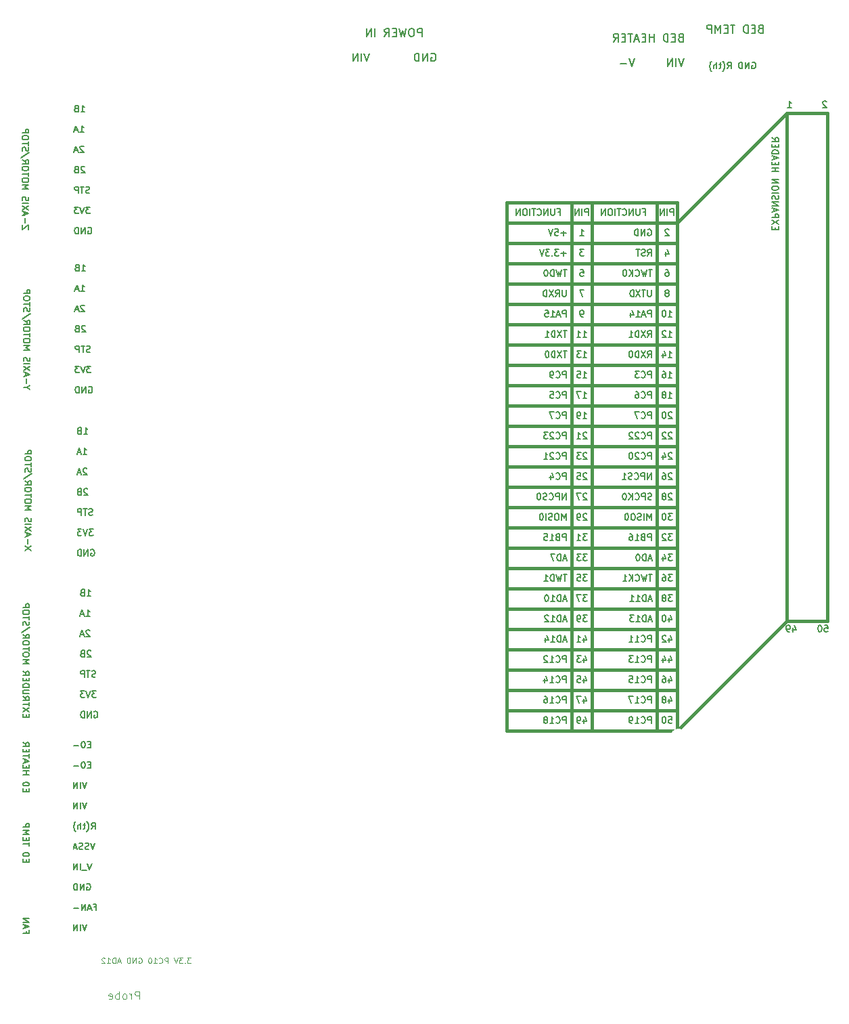
<source format=gbo>
G04 (created by PCBNEW (2013-05-18 BZR 4017)-stable) date Wed 14 Jan 2015 17:50:38 GMT*
%MOIN*%
G04 Gerber Fmt 3.4, Leading zero omitted, Abs format*
%FSLAX34Y34*%
G01*
G70*
G90*
G04 APERTURE LIST*
%ADD10C,0.00590551*%
%ADD11C,0.0039*%
%ADD12C,0.0041*%
%ADD13C,0.0059*%
%ADD14C,0.015*%
%ADD15C,0.006*%
%ADD16C,0.2169*%
%ADD17R,0.0987X0.0987*%
%ADD18C,0.1184*%
%ADD19O,0.0594X0.0692*%
%ADD20O,0.0948X0.1027*%
%ADD21C,0.0535*%
%ADD22R,0.08X0.08*%
%ADD23C,0.08*%
%ADD24R,0.0594X0.0594*%
%ADD25C,0.0594*%
%ADD26C,0.1499*%
%ADD27C,0.12*%
%ADD28C,0.0515*%
G04 APERTURE END LIST*
G54D10*
G54D11*
X8610Y2230D02*
X8439Y2230D01*
X8531Y2125D01*
X8492Y2125D01*
X8465Y2112D01*
X8452Y2098D01*
X8439Y2072D01*
X8439Y2006D01*
X8452Y1980D01*
X8465Y1967D01*
X8492Y1954D01*
X8570Y1954D01*
X8597Y1967D01*
X8610Y1980D01*
X8321Y1980D02*
X8308Y1967D01*
X8321Y1954D01*
X8334Y1967D01*
X8321Y1980D01*
X8321Y1954D01*
X8215Y2230D02*
X8045Y2230D01*
X8137Y2125D01*
X8097Y2125D01*
X8071Y2112D01*
X8058Y2098D01*
X8045Y2072D01*
X8045Y2006D01*
X8058Y1980D01*
X8071Y1967D01*
X8097Y1954D01*
X8176Y1954D01*
X8202Y1967D01*
X8215Y1980D01*
X7966Y2230D02*
X7874Y1954D01*
X7782Y2230D01*
X7480Y1954D02*
X7480Y2230D01*
X7374Y2230D01*
X7348Y2217D01*
X7335Y2204D01*
X7322Y2177D01*
X7322Y2138D01*
X7335Y2112D01*
X7348Y2098D01*
X7374Y2085D01*
X7480Y2085D01*
X7046Y1980D02*
X7059Y1967D01*
X7098Y1954D01*
X7125Y1954D01*
X7164Y1967D01*
X7190Y1993D01*
X7204Y2020D01*
X7217Y2072D01*
X7217Y2112D01*
X7204Y2164D01*
X7190Y2190D01*
X7164Y2217D01*
X7125Y2230D01*
X7098Y2230D01*
X7059Y2217D01*
X7046Y2204D01*
X6783Y1954D02*
X6941Y1954D01*
X6862Y1954D02*
X6862Y2230D01*
X6888Y2190D01*
X6914Y2164D01*
X6941Y2151D01*
X6612Y2230D02*
X6586Y2230D01*
X6560Y2217D01*
X6546Y2204D01*
X6533Y2177D01*
X6520Y2125D01*
X6520Y2059D01*
X6533Y2006D01*
X6546Y1980D01*
X6560Y1967D01*
X6586Y1954D01*
X6612Y1954D01*
X6638Y1967D01*
X6652Y1980D01*
X6665Y2006D01*
X6678Y2059D01*
X6678Y2125D01*
X6665Y2177D01*
X6652Y2204D01*
X6638Y2217D01*
X6612Y2230D01*
X6047Y2217D02*
X6073Y2230D01*
X6113Y2230D01*
X6152Y2217D01*
X6178Y2190D01*
X6192Y2164D01*
X6205Y2112D01*
X6205Y2072D01*
X6192Y2020D01*
X6178Y1993D01*
X6152Y1967D01*
X6113Y1954D01*
X6086Y1954D01*
X6047Y1967D01*
X6034Y1980D01*
X6034Y2072D01*
X6086Y2072D01*
X5916Y1954D02*
X5916Y2230D01*
X5758Y1954D01*
X5758Y2230D01*
X5626Y1954D02*
X5626Y2230D01*
X5561Y2230D01*
X5521Y2217D01*
X5495Y2190D01*
X5482Y2164D01*
X5469Y2112D01*
X5469Y2072D01*
X5482Y2020D01*
X5495Y1993D01*
X5521Y1967D01*
X5561Y1954D01*
X5626Y1954D01*
X5153Y2033D02*
X5022Y2033D01*
X5179Y1954D02*
X5087Y2230D01*
X4995Y1954D01*
X4904Y1954D02*
X4904Y2230D01*
X4838Y2230D01*
X4798Y2217D01*
X4772Y2190D01*
X4759Y2164D01*
X4746Y2112D01*
X4746Y2072D01*
X4759Y2020D01*
X4772Y1993D01*
X4798Y1967D01*
X4838Y1954D01*
X4904Y1954D01*
X4483Y1954D02*
X4641Y1954D01*
X4562Y1954D02*
X4562Y2230D01*
X4588Y2190D01*
X4614Y2164D01*
X4641Y2151D01*
X4378Y2204D02*
X4365Y2217D01*
X4338Y2230D01*
X4273Y2230D01*
X4246Y2217D01*
X4233Y2204D01*
X4220Y2177D01*
X4220Y2151D01*
X4233Y2112D01*
X4391Y1954D01*
X4220Y1954D01*
G54D12*
X6078Y191D02*
X6078Y585D01*
X5928Y585D01*
X5890Y566D01*
X5872Y548D01*
X5853Y510D01*
X5853Y454D01*
X5872Y416D01*
X5890Y397D01*
X5928Y379D01*
X6078Y379D01*
X5684Y191D02*
X5684Y454D01*
X5684Y379D02*
X5665Y416D01*
X5646Y435D01*
X5609Y454D01*
X5571Y454D01*
X5384Y191D02*
X5421Y210D01*
X5440Y229D01*
X5459Y266D01*
X5459Y379D01*
X5440Y416D01*
X5421Y435D01*
X5384Y454D01*
X5328Y454D01*
X5290Y435D01*
X5271Y416D01*
X5252Y379D01*
X5252Y266D01*
X5271Y229D01*
X5290Y210D01*
X5328Y191D01*
X5384Y191D01*
X5084Y191D02*
X5084Y585D01*
X5084Y435D02*
X5046Y454D01*
X4971Y454D01*
X4934Y435D01*
X4915Y416D01*
X4896Y379D01*
X4896Y266D01*
X4915Y229D01*
X4934Y210D01*
X4971Y191D01*
X5046Y191D01*
X5084Y210D01*
X4577Y210D02*
X4615Y191D01*
X4690Y191D01*
X4727Y210D01*
X4746Y247D01*
X4746Y397D01*
X4727Y435D01*
X4690Y454D01*
X4615Y454D01*
X4577Y435D01*
X4558Y397D01*
X4558Y360D01*
X4746Y322D01*
G54D13*
X3505Y20040D02*
X3685Y20040D01*
X3595Y20040D02*
X3595Y20355D01*
X3625Y20310D01*
X3655Y20280D01*
X3685Y20265D01*
X3265Y20205D02*
X3220Y20190D01*
X3205Y20175D01*
X3190Y20145D01*
X3190Y20100D01*
X3205Y20070D01*
X3220Y20055D01*
X3250Y20040D01*
X3370Y20040D01*
X3370Y20355D01*
X3265Y20355D01*
X3235Y20340D01*
X3220Y20325D01*
X3205Y20295D01*
X3205Y20265D01*
X3220Y20235D01*
X3235Y20220D01*
X3265Y20205D01*
X3370Y20205D01*
X3460Y19040D02*
X3640Y19040D01*
X3550Y19040D02*
X3550Y19355D01*
X3580Y19310D01*
X3610Y19280D01*
X3640Y19265D01*
X3340Y19130D02*
X3190Y19130D01*
X3370Y19040D02*
X3265Y19355D01*
X3160Y19040D01*
X3640Y18325D02*
X3625Y18340D01*
X3595Y18355D01*
X3520Y18355D01*
X3490Y18340D01*
X3475Y18325D01*
X3460Y18295D01*
X3460Y18265D01*
X3475Y18220D01*
X3655Y18040D01*
X3460Y18040D01*
X3340Y18130D02*
X3190Y18130D01*
X3370Y18040D02*
X3265Y18355D01*
X3160Y18040D01*
X3685Y17325D02*
X3670Y17340D01*
X3640Y17355D01*
X3565Y17355D01*
X3535Y17340D01*
X3520Y17325D01*
X3505Y17295D01*
X3505Y17265D01*
X3520Y17220D01*
X3700Y17040D01*
X3505Y17040D01*
X3265Y17205D02*
X3220Y17190D01*
X3205Y17175D01*
X3190Y17145D01*
X3190Y17100D01*
X3205Y17070D01*
X3220Y17055D01*
X3250Y17040D01*
X3370Y17040D01*
X3370Y17355D01*
X3265Y17355D01*
X3235Y17340D01*
X3220Y17325D01*
X3205Y17295D01*
X3205Y17265D01*
X3220Y17235D01*
X3235Y17220D01*
X3265Y17205D01*
X3370Y17205D01*
X3925Y16055D02*
X3880Y16040D01*
X3805Y16040D01*
X3775Y16055D01*
X3760Y16070D01*
X3745Y16100D01*
X3745Y16130D01*
X3760Y16160D01*
X3775Y16175D01*
X3805Y16190D01*
X3865Y16205D01*
X3895Y16220D01*
X3910Y16235D01*
X3925Y16265D01*
X3925Y16295D01*
X3910Y16325D01*
X3895Y16340D01*
X3865Y16355D01*
X3790Y16355D01*
X3745Y16340D01*
X3655Y16355D02*
X3475Y16355D01*
X3565Y16040D02*
X3565Y16355D01*
X3370Y16040D02*
X3370Y16355D01*
X3250Y16355D01*
X3220Y16340D01*
X3205Y16325D01*
X3190Y16295D01*
X3190Y16250D01*
X3205Y16220D01*
X3220Y16205D01*
X3250Y16190D01*
X3370Y16190D01*
X3955Y15355D02*
X3760Y15355D01*
X3865Y15235D01*
X3820Y15235D01*
X3790Y15220D01*
X3775Y15205D01*
X3760Y15175D01*
X3760Y15100D01*
X3775Y15070D01*
X3790Y15055D01*
X3820Y15040D01*
X3910Y15040D01*
X3940Y15055D01*
X3955Y15070D01*
X3670Y15355D02*
X3565Y15040D01*
X3460Y15355D01*
X3385Y15355D02*
X3190Y15355D01*
X3295Y15235D01*
X3250Y15235D01*
X3220Y15220D01*
X3205Y15205D01*
X3190Y15175D01*
X3190Y15100D01*
X3205Y15070D01*
X3220Y15055D01*
X3250Y15040D01*
X3340Y15040D01*
X3370Y15055D01*
X3385Y15070D01*
X3850Y14340D02*
X3880Y14355D01*
X3925Y14355D01*
X3970Y14340D01*
X4000Y14310D01*
X4015Y14280D01*
X4030Y14220D01*
X4030Y14175D01*
X4015Y14115D01*
X4000Y14085D01*
X3970Y14055D01*
X3925Y14040D01*
X3895Y14040D01*
X3850Y14055D01*
X3835Y14070D01*
X3835Y14175D01*
X3895Y14175D01*
X3700Y14040D02*
X3700Y14355D01*
X3520Y14040D01*
X3520Y14355D01*
X3370Y14040D02*
X3370Y14355D01*
X3295Y14355D01*
X3250Y14340D01*
X3220Y14310D01*
X3205Y14280D01*
X3190Y14220D01*
X3190Y14175D01*
X3205Y14115D01*
X3220Y14085D01*
X3250Y14055D01*
X3295Y14040D01*
X3370Y14040D01*
X3349Y28006D02*
X3529Y28006D01*
X3439Y28006D02*
X3439Y28321D01*
X3469Y28276D01*
X3499Y28246D01*
X3529Y28231D01*
X3109Y28171D02*
X3064Y28156D01*
X3049Y28141D01*
X3034Y28111D01*
X3034Y28066D01*
X3049Y28036D01*
X3064Y28021D01*
X3094Y28006D01*
X3214Y28006D01*
X3214Y28321D01*
X3109Y28321D01*
X3079Y28306D01*
X3064Y28291D01*
X3049Y28261D01*
X3049Y28231D01*
X3064Y28201D01*
X3079Y28186D01*
X3109Y28171D01*
X3214Y28171D01*
X3304Y27006D02*
X3484Y27006D01*
X3394Y27006D02*
X3394Y27321D01*
X3424Y27276D01*
X3454Y27246D01*
X3484Y27231D01*
X3184Y27096D02*
X3034Y27096D01*
X3214Y27006D02*
X3109Y27321D01*
X3004Y27006D01*
X3484Y26291D02*
X3469Y26306D01*
X3439Y26321D01*
X3364Y26321D01*
X3334Y26306D01*
X3319Y26291D01*
X3304Y26261D01*
X3304Y26231D01*
X3319Y26186D01*
X3499Y26006D01*
X3304Y26006D01*
X3184Y26096D02*
X3034Y26096D01*
X3214Y26006D02*
X3109Y26321D01*
X3004Y26006D01*
X3529Y25291D02*
X3514Y25306D01*
X3484Y25321D01*
X3409Y25321D01*
X3379Y25306D01*
X3364Y25291D01*
X3349Y25261D01*
X3349Y25231D01*
X3364Y25186D01*
X3544Y25006D01*
X3349Y25006D01*
X3109Y25171D02*
X3064Y25156D01*
X3049Y25141D01*
X3034Y25111D01*
X3034Y25066D01*
X3049Y25036D01*
X3064Y25021D01*
X3094Y25006D01*
X3214Y25006D01*
X3214Y25321D01*
X3109Y25321D01*
X3079Y25306D01*
X3064Y25291D01*
X3049Y25261D01*
X3049Y25231D01*
X3064Y25201D01*
X3079Y25186D01*
X3109Y25171D01*
X3214Y25171D01*
X3769Y24021D02*
X3724Y24006D01*
X3649Y24006D01*
X3619Y24021D01*
X3604Y24036D01*
X3589Y24066D01*
X3589Y24096D01*
X3604Y24126D01*
X3619Y24141D01*
X3649Y24156D01*
X3709Y24171D01*
X3739Y24186D01*
X3754Y24201D01*
X3769Y24231D01*
X3769Y24261D01*
X3754Y24291D01*
X3739Y24306D01*
X3709Y24321D01*
X3634Y24321D01*
X3589Y24306D01*
X3499Y24321D02*
X3319Y24321D01*
X3409Y24006D02*
X3409Y24321D01*
X3214Y24006D02*
X3214Y24321D01*
X3094Y24321D01*
X3064Y24306D01*
X3049Y24291D01*
X3034Y24261D01*
X3034Y24216D01*
X3049Y24186D01*
X3064Y24171D01*
X3094Y24156D01*
X3214Y24156D01*
X3799Y23321D02*
X3604Y23321D01*
X3709Y23201D01*
X3664Y23201D01*
X3634Y23186D01*
X3619Y23171D01*
X3604Y23141D01*
X3604Y23066D01*
X3619Y23036D01*
X3634Y23021D01*
X3664Y23006D01*
X3754Y23006D01*
X3784Y23021D01*
X3799Y23036D01*
X3514Y23321D02*
X3409Y23006D01*
X3304Y23321D01*
X3229Y23321D02*
X3034Y23321D01*
X3139Y23201D01*
X3094Y23201D01*
X3064Y23186D01*
X3049Y23171D01*
X3034Y23141D01*
X3034Y23066D01*
X3049Y23036D01*
X3064Y23021D01*
X3094Y23006D01*
X3184Y23006D01*
X3214Y23021D01*
X3229Y23036D01*
X3694Y22306D02*
X3724Y22321D01*
X3769Y22321D01*
X3814Y22306D01*
X3844Y22276D01*
X3859Y22246D01*
X3874Y22186D01*
X3874Y22141D01*
X3859Y22081D01*
X3844Y22051D01*
X3814Y22021D01*
X3769Y22006D01*
X3739Y22006D01*
X3694Y22021D01*
X3679Y22036D01*
X3679Y22141D01*
X3739Y22141D01*
X3544Y22006D02*
X3544Y22321D01*
X3364Y22006D01*
X3364Y22321D01*
X3214Y22006D02*
X3214Y22321D01*
X3139Y22321D01*
X3094Y22306D01*
X3064Y22276D01*
X3049Y22246D01*
X3034Y22186D01*
X3034Y22141D01*
X3049Y22081D01*
X3064Y22051D01*
X3094Y22021D01*
X3139Y22006D01*
X3214Y22006D01*
X3239Y36036D02*
X3419Y36036D01*
X3329Y36036D02*
X3329Y36351D01*
X3359Y36306D01*
X3389Y36276D01*
X3419Y36261D01*
X2999Y36201D02*
X2954Y36186D01*
X2939Y36171D01*
X2924Y36141D01*
X2924Y36096D01*
X2939Y36066D01*
X2954Y36051D01*
X2984Y36036D01*
X3104Y36036D01*
X3104Y36351D01*
X2999Y36351D01*
X2969Y36336D01*
X2954Y36321D01*
X2939Y36291D01*
X2939Y36261D01*
X2954Y36231D01*
X2969Y36216D01*
X2999Y36201D01*
X3104Y36201D01*
X3194Y35036D02*
X3374Y35036D01*
X3284Y35036D02*
X3284Y35351D01*
X3314Y35306D01*
X3344Y35276D01*
X3374Y35261D01*
X3074Y35126D02*
X2924Y35126D01*
X3104Y35036D02*
X2999Y35351D01*
X2894Y35036D01*
X3374Y34321D02*
X3359Y34336D01*
X3329Y34351D01*
X3254Y34351D01*
X3224Y34336D01*
X3209Y34321D01*
X3194Y34291D01*
X3194Y34261D01*
X3209Y34216D01*
X3389Y34036D01*
X3194Y34036D01*
X3074Y34126D02*
X2924Y34126D01*
X3104Y34036D02*
X2999Y34351D01*
X2894Y34036D01*
X3419Y33321D02*
X3404Y33336D01*
X3374Y33351D01*
X3299Y33351D01*
X3269Y33336D01*
X3254Y33321D01*
X3239Y33291D01*
X3239Y33261D01*
X3254Y33216D01*
X3434Y33036D01*
X3239Y33036D01*
X2999Y33201D02*
X2954Y33186D01*
X2939Y33171D01*
X2924Y33141D01*
X2924Y33096D01*
X2939Y33066D01*
X2954Y33051D01*
X2984Y33036D01*
X3104Y33036D01*
X3104Y33351D01*
X2999Y33351D01*
X2969Y33336D01*
X2954Y33321D01*
X2939Y33291D01*
X2939Y33261D01*
X2954Y33231D01*
X2969Y33216D01*
X2999Y33201D01*
X3104Y33201D01*
X3659Y32051D02*
X3614Y32036D01*
X3539Y32036D01*
X3509Y32051D01*
X3494Y32066D01*
X3479Y32096D01*
X3479Y32126D01*
X3494Y32156D01*
X3509Y32171D01*
X3539Y32186D01*
X3599Y32201D01*
X3629Y32216D01*
X3644Y32231D01*
X3659Y32261D01*
X3659Y32291D01*
X3644Y32321D01*
X3629Y32336D01*
X3599Y32351D01*
X3524Y32351D01*
X3479Y32336D01*
X3389Y32351D02*
X3209Y32351D01*
X3299Y32036D02*
X3299Y32351D01*
X3104Y32036D02*
X3104Y32351D01*
X2984Y32351D01*
X2954Y32336D01*
X2939Y32321D01*
X2924Y32291D01*
X2924Y32246D01*
X2939Y32216D01*
X2954Y32201D01*
X2984Y32186D01*
X3104Y32186D01*
X3689Y31351D02*
X3494Y31351D01*
X3599Y31231D01*
X3554Y31231D01*
X3524Y31216D01*
X3509Y31201D01*
X3494Y31171D01*
X3494Y31096D01*
X3509Y31066D01*
X3524Y31051D01*
X3554Y31036D01*
X3644Y31036D01*
X3674Y31051D01*
X3689Y31066D01*
X3404Y31351D02*
X3299Y31036D01*
X3194Y31351D01*
X3119Y31351D02*
X2924Y31351D01*
X3029Y31231D01*
X2984Y31231D01*
X2954Y31216D01*
X2939Y31201D01*
X2924Y31171D01*
X2924Y31096D01*
X2939Y31066D01*
X2954Y31051D01*
X2984Y31036D01*
X3074Y31036D01*
X3104Y31051D01*
X3119Y31066D01*
X3584Y30336D02*
X3614Y30351D01*
X3659Y30351D01*
X3704Y30336D01*
X3734Y30306D01*
X3749Y30276D01*
X3764Y30216D01*
X3764Y30171D01*
X3749Y30111D01*
X3734Y30081D01*
X3704Y30051D01*
X3659Y30036D01*
X3629Y30036D01*
X3584Y30051D01*
X3569Y30066D01*
X3569Y30171D01*
X3629Y30171D01*
X3434Y30036D02*
X3434Y30351D01*
X3254Y30036D01*
X3254Y30351D01*
X3104Y30036D02*
X3104Y30351D01*
X3029Y30351D01*
X2984Y30336D01*
X2954Y30306D01*
X2939Y30276D01*
X2924Y30216D01*
X2924Y30171D01*
X2939Y30111D01*
X2954Y30081D01*
X2984Y30051D01*
X3029Y30036D01*
X3104Y30036D01*
X3205Y43870D02*
X3385Y43870D01*
X3295Y43870D02*
X3295Y44185D01*
X3325Y44140D01*
X3355Y44110D01*
X3385Y44095D01*
X2965Y44035D02*
X2920Y44020D01*
X2905Y44005D01*
X2890Y43975D01*
X2890Y43930D01*
X2905Y43900D01*
X2920Y43885D01*
X2950Y43870D01*
X3070Y43870D01*
X3070Y44185D01*
X2965Y44185D01*
X2935Y44170D01*
X2920Y44155D01*
X2905Y44125D01*
X2905Y44095D01*
X2920Y44065D01*
X2935Y44050D01*
X2965Y44035D01*
X3070Y44035D01*
X3160Y42870D02*
X3340Y42870D01*
X3250Y42870D02*
X3250Y43185D01*
X3280Y43140D01*
X3310Y43110D01*
X3340Y43095D01*
X3040Y42960D02*
X2890Y42960D01*
X3070Y42870D02*
X2965Y43185D01*
X2860Y42870D01*
X3340Y42155D02*
X3325Y42170D01*
X3295Y42185D01*
X3220Y42185D01*
X3190Y42170D01*
X3175Y42155D01*
X3160Y42125D01*
X3160Y42095D01*
X3175Y42050D01*
X3355Y41870D01*
X3160Y41870D01*
X3040Y41960D02*
X2890Y41960D01*
X3070Y41870D02*
X2965Y42185D01*
X2860Y41870D01*
X3385Y41155D02*
X3370Y41170D01*
X3340Y41185D01*
X3265Y41185D01*
X3235Y41170D01*
X3220Y41155D01*
X3205Y41125D01*
X3205Y41095D01*
X3220Y41050D01*
X3400Y40870D01*
X3205Y40870D01*
X2965Y41035D02*
X2920Y41020D01*
X2905Y41005D01*
X2890Y40975D01*
X2890Y40930D01*
X2905Y40900D01*
X2920Y40885D01*
X2950Y40870D01*
X3070Y40870D01*
X3070Y41185D01*
X2965Y41185D01*
X2935Y41170D01*
X2920Y41155D01*
X2905Y41125D01*
X2905Y41095D01*
X2920Y41065D01*
X2935Y41050D01*
X2965Y41035D01*
X3070Y41035D01*
X3625Y39885D02*
X3580Y39870D01*
X3505Y39870D01*
X3475Y39885D01*
X3460Y39900D01*
X3445Y39930D01*
X3445Y39960D01*
X3460Y39990D01*
X3475Y40005D01*
X3505Y40020D01*
X3565Y40035D01*
X3595Y40050D01*
X3610Y40065D01*
X3625Y40095D01*
X3625Y40125D01*
X3610Y40155D01*
X3595Y40170D01*
X3565Y40185D01*
X3490Y40185D01*
X3445Y40170D01*
X3355Y40185D02*
X3175Y40185D01*
X3265Y39870D02*
X3265Y40185D01*
X3070Y39870D02*
X3070Y40185D01*
X2950Y40185D01*
X2920Y40170D01*
X2905Y40155D01*
X2890Y40125D01*
X2890Y40080D01*
X2905Y40050D01*
X2920Y40035D01*
X2950Y40020D01*
X3070Y40020D01*
X3655Y39185D02*
X3460Y39185D01*
X3565Y39065D01*
X3520Y39065D01*
X3490Y39050D01*
X3475Y39035D01*
X3460Y39005D01*
X3460Y38930D01*
X3475Y38900D01*
X3490Y38885D01*
X3520Y38870D01*
X3610Y38870D01*
X3640Y38885D01*
X3655Y38900D01*
X3370Y39185D02*
X3265Y38870D01*
X3160Y39185D01*
X3085Y39185D02*
X2890Y39185D01*
X2995Y39065D01*
X2950Y39065D01*
X2920Y39050D01*
X2905Y39035D01*
X2890Y39005D01*
X2890Y38930D01*
X2905Y38900D01*
X2920Y38885D01*
X2950Y38870D01*
X3040Y38870D01*
X3070Y38885D01*
X3085Y38900D01*
X3550Y38170D02*
X3580Y38185D01*
X3625Y38185D01*
X3670Y38170D01*
X3700Y38140D01*
X3715Y38110D01*
X3730Y38050D01*
X3730Y38005D01*
X3715Y37945D01*
X3700Y37915D01*
X3670Y37885D01*
X3625Y37870D01*
X3595Y37870D01*
X3550Y37885D01*
X3535Y37900D01*
X3535Y38005D01*
X3595Y38005D01*
X3400Y37870D02*
X3400Y38185D01*
X3220Y37870D01*
X3220Y38185D01*
X3070Y37870D02*
X3070Y38185D01*
X2995Y38185D01*
X2950Y38170D01*
X2920Y38140D01*
X2905Y38110D01*
X2890Y38050D01*
X2890Y38005D01*
X2905Y37945D01*
X2920Y37915D01*
X2950Y37885D01*
X2995Y37870D01*
X3070Y37870D01*
G54D14*
X24179Y13400D02*
X32579Y13400D01*
X32579Y14400D02*
X24179Y14400D01*
X24179Y15400D02*
X32579Y15400D01*
X32579Y16400D02*
X24179Y16400D01*
X24179Y17400D02*
X32579Y17400D01*
X32579Y18400D02*
X24179Y18400D01*
X24179Y19400D02*
X32579Y19400D01*
X32579Y20400D02*
X24179Y20400D01*
X24179Y21400D02*
X32579Y21400D01*
X32579Y22400D02*
X24179Y22400D01*
X24179Y23400D02*
X32579Y23400D01*
X32579Y24400D02*
X24179Y24400D01*
X24179Y25400D02*
X32579Y25400D01*
X32579Y26400D02*
X24179Y26400D01*
X24179Y27400D02*
X32579Y27400D01*
X32579Y28400D02*
X24179Y28400D01*
X24179Y29400D02*
X32579Y29400D01*
X32579Y30400D02*
X24179Y30400D01*
X24179Y31400D02*
X32579Y31400D01*
X32579Y32400D02*
X24179Y32400D01*
X24179Y33400D02*
X32579Y33400D01*
X32579Y34400D02*
X24179Y34400D01*
X24179Y35400D02*
X32579Y35400D01*
X32579Y36400D02*
X24179Y36400D01*
X24179Y37400D02*
X32579Y37400D01*
X32579Y38400D02*
X24179Y38400D01*
X24179Y39400D02*
X32579Y39400D01*
G54D13*
X39939Y44357D02*
X39924Y44372D01*
X39894Y44387D01*
X39819Y44387D01*
X39789Y44372D01*
X39774Y44357D01*
X39759Y44327D01*
X39759Y44297D01*
X39774Y44252D01*
X39954Y44072D01*
X39759Y44072D01*
X38019Y44072D02*
X38199Y44072D01*
X38109Y44072D02*
X38109Y44387D01*
X38139Y44342D01*
X38169Y44312D01*
X38199Y44297D01*
G54D14*
X28379Y39400D02*
X28379Y13400D01*
X31579Y13400D02*
X31579Y39400D01*
X32579Y39400D02*
X32579Y13400D01*
X27379Y13400D02*
X27379Y39400D01*
X24179Y39400D02*
X24179Y13400D01*
G54D13*
X31139Y38072D02*
X31169Y38087D01*
X31214Y38087D01*
X31259Y38072D01*
X31289Y38042D01*
X31304Y38012D01*
X31319Y37952D01*
X31319Y37907D01*
X31304Y37847D01*
X31289Y37817D01*
X31259Y37787D01*
X31214Y37772D01*
X31184Y37772D01*
X31139Y37787D01*
X31124Y37802D01*
X31124Y37907D01*
X31184Y37907D01*
X30989Y37772D02*
X30989Y38087D01*
X30809Y37772D01*
X30809Y38087D01*
X30659Y37772D02*
X30659Y38087D01*
X30584Y38087D01*
X30539Y38072D01*
X30509Y38042D01*
X30494Y38012D01*
X30479Y37952D01*
X30479Y37907D01*
X30494Y37847D01*
X30509Y37817D01*
X30539Y37787D01*
X30584Y37772D01*
X30659Y37772D01*
X31124Y36772D02*
X31229Y36922D01*
X31304Y36772D02*
X31304Y37087D01*
X31184Y37087D01*
X31154Y37072D01*
X31139Y37057D01*
X31124Y37027D01*
X31124Y36982D01*
X31139Y36952D01*
X31154Y36937D01*
X31184Y36922D01*
X31304Y36922D01*
X31004Y36787D02*
X30959Y36772D01*
X30884Y36772D01*
X30854Y36787D01*
X30839Y36802D01*
X30824Y36832D01*
X30824Y36862D01*
X30839Y36892D01*
X30854Y36907D01*
X30884Y36922D01*
X30944Y36937D01*
X30974Y36952D01*
X30989Y36967D01*
X31004Y36997D01*
X31004Y37027D01*
X30989Y37057D01*
X30974Y37072D01*
X30944Y37087D01*
X30869Y37087D01*
X30824Y37072D01*
X30734Y37087D02*
X30554Y37087D01*
X30644Y36772D02*
X30644Y37087D01*
X31349Y36087D02*
X31169Y36087D01*
X31259Y35772D02*
X31259Y36087D01*
X31094Y36087D02*
X31019Y35772D01*
X30959Y35997D01*
X30899Y35772D01*
X30824Y36087D01*
X30524Y35802D02*
X30539Y35787D01*
X30584Y35772D01*
X30614Y35772D01*
X30659Y35787D01*
X30689Y35817D01*
X30704Y35847D01*
X30719Y35907D01*
X30719Y35952D01*
X30704Y36012D01*
X30689Y36042D01*
X30659Y36072D01*
X30614Y36087D01*
X30584Y36087D01*
X30539Y36072D01*
X30524Y36057D01*
X30389Y35772D02*
X30389Y36087D01*
X30209Y35772D02*
X30344Y35952D01*
X30209Y36087D02*
X30389Y35907D01*
X30014Y36087D02*
X29984Y36087D01*
X29954Y36072D01*
X29939Y36057D01*
X29924Y36027D01*
X29909Y35967D01*
X29909Y35892D01*
X29924Y35832D01*
X29939Y35802D01*
X29954Y35787D01*
X29984Y35772D01*
X30014Y35772D01*
X30044Y35787D01*
X30059Y35802D01*
X30074Y35832D01*
X30089Y35892D01*
X30089Y35967D01*
X30074Y36027D01*
X30059Y36057D01*
X30044Y36072D01*
X30014Y36087D01*
X31304Y35087D02*
X31304Y34832D01*
X31289Y34802D01*
X31274Y34787D01*
X31244Y34772D01*
X31184Y34772D01*
X31154Y34787D01*
X31139Y34802D01*
X31124Y34832D01*
X31124Y35087D01*
X31019Y35087D02*
X30839Y35087D01*
X30929Y34772D02*
X30929Y35087D01*
X30764Y35087D02*
X30554Y34772D01*
X30554Y35087D02*
X30764Y34772D01*
X30434Y34772D02*
X30434Y35087D01*
X30359Y35087D01*
X30314Y35072D01*
X30284Y35042D01*
X30269Y35012D01*
X30254Y34952D01*
X30254Y34907D01*
X30269Y34847D01*
X30284Y34817D01*
X30314Y34787D01*
X30359Y34772D01*
X30434Y34772D01*
X31304Y33772D02*
X31304Y34087D01*
X31184Y34087D01*
X31154Y34072D01*
X31139Y34057D01*
X31124Y34027D01*
X31124Y33982D01*
X31139Y33952D01*
X31154Y33937D01*
X31184Y33922D01*
X31304Y33922D01*
X31004Y33862D02*
X30854Y33862D01*
X31034Y33772D02*
X30929Y34087D01*
X30824Y33772D01*
X30554Y33772D02*
X30734Y33772D01*
X30644Y33772D02*
X30644Y34087D01*
X30674Y34042D01*
X30704Y34012D01*
X30734Y33997D01*
X30284Y33982D02*
X30284Y33772D01*
X30359Y34102D02*
X30434Y33877D01*
X30239Y33877D01*
X31124Y32772D02*
X31229Y32922D01*
X31304Y32772D02*
X31304Y33087D01*
X31184Y33087D01*
X31154Y33072D01*
X31139Y33057D01*
X31124Y33027D01*
X31124Y32982D01*
X31139Y32952D01*
X31154Y32937D01*
X31184Y32922D01*
X31304Y32922D01*
X31019Y33087D02*
X30809Y32772D01*
X30809Y33087D02*
X31019Y32772D01*
X30689Y32772D02*
X30689Y33087D01*
X30614Y33087D01*
X30569Y33072D01*
X30539Y33042D01*
X30524Y33012D01*
X30509Y32952D01*
X30509Y32907D01*
X30524Y32847D01*
X30539Y32817D01*
X30569Y32787D01*
X30614Y32772D01*
X30689Y32772D01*
X30209Y32772D02*
X30389Y32772D01*
X30299Y32772D02*
X30299Y33087D01*
X30329Y33042D01*
X30359Y33012D01*
X30389Y32997D01*
X31124Y31772D02*
X31229Y31922D01*
X31304Y31772D02*
X31304Y32087D01*
X31184Y32087D01*
X31154Y32072D01*
X31139Y32057D01*
X31124Y32027D01*
X31124Y31982D01*
X31139Y31952D01*
X31154Y31937D01*
X31184Y31922D01*
X31304Y31922D01*
X31019Y32087D02*
X30809Y31772D01*
X30809Y32087D02*
X31019Y31772D01*
X30689Y31772D02*
X30689Y32087D01*
X30614Y32087D01*
X30569Y32072D01*
X30539Y32042D01*
X30524Y32012D01*
X30509Y31952D01*
X30509Y31907D01*
X30524Y31847D01*
X30539Y31817D01*
X30569Y31787D01*
X30614Y31772D01*
X30689Y31772D01*
X30314Y32087D02*
X30284Y32087D01*
X30254Y32072D01*
X30239Y32057D01*
X30224Y32027D01*
X30209Y31967D01*
X30209Y31892D01*
X30224Y31832D01*
X30239Y31802D01*
X30254Y31787D01*
X30284Y31772D01*
X30314Y31772D01*
X30344Y31787D01*
X30359Y31802D01*
X30374Y31832D01*
X30389Y31892D01*
X30389Y31967D01*
X30374Y32027D01*
X30359Y32057D01*
X30344Y32072D01*
X30314Y32087D01*
X31304Y30772D02*
X31304Y31087D01*
X31184Y31087D01*
X31154Y31072D01*
X31139Y31057D01*
X31124Y31027D01*
X31124Y30982D01*
X31139Y30952D01*
X31154Y30937D01*
X31184Y30922D01*
X31304Y30922D01*
X30809Y30802D02*
X30824Y30787D01*
X30869Y30772D01*
X30899Y30772D01*
X30944Y30787D01*
X30974Y30817D01*
X30989Y30847D01*
X31004Y30907D01*
X31004Y30952D01*
X30989Y31012D01*
X30974Y31042D01*
X30944Y31072D01*
X30899Y31087D01*
X30869Y31087D01*
X30824Y31072D01*
X30809Y31057D01*
X30704Y31087D02*
X30509Y31087D01*
X30614Y30967D01*
X30569Y30967D01*
X30539Y30952D01*
X30524Y30937D01*
X30509Y30907D01*
X30509Y30832D01*
X30524Y30802D01*
X30539Y30787D01*
X30569Y30772D01*
X30659Y30772D01*
X30689Y30787D01*
X30704Y30802D01*
X31304Y29772D02*
X31304Y30087D01*
X31184Y30087D01*
X31154Y30072D01*
X31139Y30057D01*
X31124Y30027D01*
X31124Y29982D01*
X31139Y29952D01*
X31154Y29937D01*
X31184Y29922D01*
X31304Y29922D01*
X30809Y29802D02*
X30824Y29787D01*
X30869Y29772D01*
X30899Y29772D01*
X30944Y29787D01*
X30974Y29817D01*
X30989Y29847D01*
X31004Y29907D01*
X31004Y29952D01*
X30989Y30012D01*
X30974Y30042D01*
X30944Y30072D01*
X30899Y30087D01*
X30869Y30087D01*
X30824Y30072D01*
X30809Y30057D01*
X30539Y30087D02*
X30599Y30087D01*
X30629Y30072D01*
X30644Y30057D01*
X30674Y30012D01*
X30689Y29952D01*
X30689Y29832D01*
X30674Y29802D01*
X30659Y29787D01*
X30629Y29772D01*
X30569Y29772D01*
X30539Y29787D01*
X30524Y29802D01*
X30509Y29832D01*
X30509Y29907D01*
X30524Y29937D01*
X30539Y29952D01*
X30569Y29967D01*
X30629Y29967D01*
X30659Y29952D01*
X30674Y29937D01*
X30689Y29907D01*
X31304Y28772D02*
X31304Y29087D01*
X31184Y29087D01*
X31154Y29072D01*
X31139Y29057D01*
X31124Y29027D01*
X31124Y28982D01*
X31139Y28952D01*
X31154Y28937D01*
X31184Y28922D01*
X31304Y28922D01*
X30809Y28802D02*
X30824Y28787D01*
X30869Y28772D01*
X30899Y28772D01*
X30944Y28787D01*
X30974Y28817D01*
X30989Y28847D01*
X31004Y28907D01*
X31004Y28952D01*
X30989Y29012D01*
X30974Y29042D01*
X30944Y29072D01*
X30899Y29087D01*
X30869Y29087D01*
X30824Y29072D01*
X30809Y29057D01*
X30704Y29087D02*
X30494Y29087D01*
X30629Y28772D01*
X31304Y27772D02*
X31304Y28087D01*
X31184Y28087D01*
X31154Y28072D01*
X31139Y28057D01*
X31124Y28027D01*
X31124Y27982D01*
X31139Y27952D01*
X31154Y27937D01*
X31184Y27922D01*
X31304Y27922D01*
X30809Y27802D02*
X30824Y27787D01*
X30869Y27772D01*
X30899Y27772D01*
X30944Y27787D01*
X30974Y27817D01*
X30989Y27847D01*
X31004Y27907D01*
X31004Y27952D01*
X30989Y28012D01*
X30974Y28042D01*
X30944Y28072D01*
X30899Y28087D01*
X30869Y28087D01*
X30824Y28072D01*
X30809Y28057D01*
X30689Y28057D02*
X30674Y28072D01*
X30644Y28087D01*
X30569Y28087D01*
X30539Y28072D01*
X30524Y28057D01*
X30509Y28027D01*
X30509Y27997D01*
X30524Y27952D01*
X30704Y27772D01*
X30509Y27772D01*
X30389Y28057D02*
X30374Y28072D01*
X30344Y28087D01*
X30269Y28087D01*
X30239Y28072D01*
X30224Y28057D01*
X30209Y28027D01*
X30209Y27997D01*
X30224Y27952D01*
X30404Y27772D01*
X30209Y27772D01*
X31304Y26772D02*
X31304Y27087D01*
X31184Y27087D01*
X31154Y27072D01*
X31139Y27057D01*
X31124Y27027D01*
X31124Y26982D01*
X31139Y26952D01*
X31154Y26937D01*
X31184Y26922D01*
X31304Y26922D01*
X30809Y26802D02*
X30824Y26787D01*
X30869Y26772D01*
X30899Y26772D01*
X30944Y26787D01*
X30974Y26817D01*
X30989Y26847D01*
X31004Y26907D01*
X31004Y26952D01*
X30989Y27012D01*
X30974Y27042D01*
X30944Y27072D01*
X30899Y27087D01*
X30869Y27087D01*
X30824Y27072D01*
X30809Y27057D01*
X30689Y27057D02*
X30674Y27072D01*
X30644Y27087D01*
X30569Y27087D01*
X30539Y27072D01*
X30524Y27057D01*
X30509Y27027D01*
X30509Y26997D01*
X30524Y26952D01*
X30704Y26772D01*
X30509Y26772D01*
X30314Y27087D02*
X30284Y27087D01*
X30254Y27072D01*
X30239Y27057D01*
X30224Y27027D01*
X30209Y26967D01*
X30209Y26892D01*
X30224Y26832D01*
X30239Y26802D01*
X30254Y26787D01*
X30284Y26772D01*
X30314Y26772D01*
X30344Y26787D01*
X30359Y26802D01*
X30374Y26832D01*
X30389Y26892D01*
X30389Y26967D01*
X30374Y27027D01*
X30359Y27057D01*
X30344Y27072D01*
X30314Y27087D01*
X31304Y25772D02*
X31304Y26087D01*
X31124Y25772D01*
X31124Y26087D01*
X30974Y25772D02*
X30974Y26087D01*
X30854Y26087D01*
X30824Y26072D01*
X30809Y26057D01*
X30794Y26027D01*
X30794Y25982D01*
X30809Y25952D01*
X30824Y25937D01*
X30854Y25922D01*
X30974Y25922D01*
X30479Y25802D02*
X30494Y25787D01*
X30539Y25772D01*
X30569Y25772D01*
X30614Y25787D01*
X30644Y25817D01*
X30659Y25847D01*
X30674Y25907D01*
X30674Y25952D01*
X30659Y26012D01*
X30644Y26042D01*
X30614Y26072D01*
X30569Y26087D01*
X30539Y26087D01*
X30494Y26072D01*
X30479Y26057D01*
X30359Y25787D02*
X30314Y25772D01*
X30239Y25772D01*
X30209Y25787D01*
X30194Y25802D01*
X30179Y25832D01*
X30179Y25862D01*
X30194Y25892D01*
X30209Y25907D01*
X30239Y25922D01*
X30299Y25937D01*
X30329Y25952D01*
X30344Y25967D01*
X30359Y25997D01*
X30359Y26027D01*
X30344Y26057D01*
X30329Y26072D01*
X30299Y26087D01*
X30224Y26087D01*
X30179Y26072D01*
X29879Y25772D02*
X30059Y25772D01*
X29969Y25772D02*
X29969Y26087D01*
X29999Y26042D01*
X30029Y26012D01*
X30059Y25997D01*
X31319Y24787D02*
X31274Y24772D01*
X31199Y24772D01*
X31169Y24787D01*
X31154Y24802D01*
X31139Y24832D01*
X31139Y24862D01*
X31154Y24892D01*
X31169Y24907D01*
X31199Y24922D01*
X31259Y24937D01*
X31289Y24952D01*
X31304Y24967D01*
X31319Y24997D01*
X31319Y25027D01*
X31304Y25057D01*
X31289Y25072D01*
X31259Y25087D01*
X31184Y25087D01*
X31139Y25072D01*
X31004Y24772D02*
X31004Y25087D01*
X30884Y25087D01*
X30854Y25072D01*
X30839Y25057D01*
X30824Y25027D01*
X30824Y24982D01*
X30839Y24952D01*
X30854Y24937D01*
X30884Y24922D01*
X31004Y24922D01*
X30509Y24802D02*
X30524Y24787D01*
X30569Y24772D01*
X30599Y24772D01*
X30644Y24787D01*
X30674Y24817D01*
X30689Y24847D01*
X30704Y24907D01*
X30704Y24952D01*
X30689Y25012D01*
X30674Y25042D01*
X30644Y25072D01*
X30599Y25087D01*
X30569Y25087D01*
X30524Y25072D01*
X30509Y25057D01*
X30374Y24772D02*
X30374Y25087D01*
X30194Y24772D02*
X30329Y24952D01*
X30194Y25087D02*
X30374Y24907D01*
X29999Y25087D02*
X29969Y25087D01*
X29939Y25072D01*
X29924Y25057D01*
X29909Y25027D01*
X29894Y24967D01*
X29894Y24892D01*
X29909Y24832D01*
X29924Y24802D01*
X29939Y24787D01*
X29969Y24772D01*
X29999Y24772D01*
X30029Y24787D01*
X30044Y24802D01*
X30059Y24832D01*
X30074Y24892D01*
X30074Y24967D01*
X30059Y25027D01*
X30044Y25057D01*
X30029Y25072D01*
X29999Y25087D01*
X31304Y23772D02*
X31304Y24087D01*
X31199Y23862D01*
X31094Y24087D01*
X31094Y23772D01*
X30944Y23772D02*
X30944Y24087D01*
X30809Y23787D02*
X30764Y23772D01*
X30689Y23772D01*
X30659Y23787D01*
X30644Y23802D01*
X30629Y23832D01*
X30629Y23862D01*
X30644Y23892D01*
X30659Y23907D01*
X30689Y23922D01*
X30749Y23937D01*
X30779Y23952D01*
X30794Y23967D01*
X30809Y23997D01*
X30809Y24027D01*
X30794Y24057D01*
X30779Y24072D01*
X30749Y24087D01*
X30674Y24087D01*
X30629Y24072D01*
X30434Y24087D02*
X30374Y24087D01*
X30344Y24072D01*
X30314Y24042D01*
X30299Y23982D01*
X30299Y23877D01*
X30314Y23817D01*
X30344Y23787D01*
X30374Y23772D01*
X30434Y23772D01*
X30464Y23787D01*
X30494Y23817D01*
X30509Y23877D01*
X30509Y23982D01*
X30494Y24042D01*
X30464Y24072D01*
X30434Y24087D01*
X30104Y24087D02*
X30074Y24087D01*
X30044Y24072D01*
X30029Y24057D01*
X30014Y24027D01*
X29999Y23967D01*
X29999Y23892D01*
X30014Y23832D01*
X30029Y23802D01*
X30044Y23787D01*
X30074Y23772D01*
X30104Y23772D01*
X30134Y23787D01*
X30149Y23802D01*
X30164Y23832D01*
X30179Y23892D01*
X30179Y23967D01*
X30164Y24027D01*
X30149Y24057D01*
X30134Y24072D01*
X30104Y24087D01*
X31304Y22772D02*
X31304Y23087D01*
X31184Y23087D01*
X31154Y23072D01*
X31139Y23057D01*
X31124Y23027D01*
X31124Y22982D01*
X31139Y22952D01*
X31154Y22937D01*
X31184Y22922D01*
X31304Y22922D01*
X30884Y22937D02*
X30839Y22922D01*
X30824Y22907D01*
X30809Y22877D01*
X30809Y22832D01*
X30824Y22802D01*
X30839Y22787D01*
X30869Y22772D01*
X30989Y22772D01*
X30989Y23087D01*
X30884Y23087D01*
X30854Y23072D01*
X30839Y23057D01*
X30824Y23027D01*
X30824Y22997D01*
X30839Y22967D01*
X30854Y22952D01*
X30884Y22937D01*
X30989Y22937D01*
X30509Y22772D02*
X30689Y22772D01*
X30599Y22772D02*
X30599Y23087D01*
X30629Y23042D01*
X30659Y23012D01*
X30689Y22997D01*
X30239Y23087D02*
X30299Y23087D01*
X30329Y23072D01*
X30344Y23057D01*
X30374Y23012D01*
X30389Y22952D01*
X30389Y22832D01*
X30374Y22802D01*
X30359Y22787D01*
X30329Y22772D01*
X30269Y22772D01*
X30239Y22787D01*
X30224Y22802D01*
X30209Y22832D01*
X30209Y22907D01*
X30224Y22937D01*
X30239Y22952D01*
X30269Y22967D01*
X30329Y22967D01*
X30359Y22952D01*
X30374Y22937D01*
X30389Y22907D01*
X31319Y21862D02*
X31169Y21862D01*
X31349Y21772D02*
X31244Y22087D01*
X31139Y21772D01*
X31034Y21772D02*
X31034Y22087D01*
X30959Y22087D01*
X30914Y22072D01*
X30884Y22042D01*
X30869Y22012D01*
X30854Y21952D01*
X30854Y21907D01*
X30869Y21847D01*
X30884Y21817D01*
X30914Y21787D01*
X30959Y21772D01*
X31034Y21772D01*
X30659Y22087D02*
X30629Y22087D01*
X30599Y22072D01*
X30584Y22057D01*
X30569Y22027D01*
X30554Y21967D01*
X30554Y21892D01*
X30569Y21832D01*
X30584Y21802D01*
X30599Y21787D01*
X30629Y21772D01*
X30659Y21772D01*
X30689Y21787D01*
X30704Y21802D01*
X30719Y21832D01*
X30734Y21892D01*
X30734Y21967D01*
X30719Y22027D01*
X30704Y22057D01*
X30689Y22072D01*
X30659Y22087D01*
X31349Y21087D02*
X31169Y21087D01*
X31259Y20772D02*
X31259Y21087D01*
X31094Y21087D02*
X31019Y20772D01*
X30959Y20997D01*
X30899Y20772D01*
X30824Y21087D01*
X30524Y20802D02*
X30539Y20787D01*
X30584Y20772D01*
X30614Y20772D01*
X30659Y20787D01*
X30689Y20817D01*
X30704Y20847D01*
X30719Y20907D01*
X30719Y20952D01*
X30704Y21012D01*
X30689Y21042D01*
X30659Y21072D01*
X30614Y21087D01*
X30584Y21087D01*
X30539Y21072D01*
X30524Y21057D01*
X30389Y20772D02*
X30389Y21087D01*
X30209Y20772D02*
X30344Y20952D01*
X30209Y21087D02*
X30389Y20907D01*
X29909Y20772D02*
X30089Y20772D01*
X29999Y20772D02*
X29999Y21087D01*
X30029Y21042D01*
X30059Y21012D01*
X30089Y20997D01*
X31319Y19862D02*
X31169Y19862D01*
X31349Y19772D02*
X31244Y20087D01*
X31139Y19772D01*
X31034Y19772D02*
X31034Y20087D01*
X30959Y20087D01*
X30914Y20072D01*
X30884Y20042D01*
X30869Y20012D01*
X30854Y19952D01*
X30854Y19907D01*
X30869Y19847D01*
X30884Y19817D01*
X30914Y19787D01*
X30959Y19772D01*
X31034Y19772D01*
X30554Y19772D02*
X30734Y19772D01*
X30644Y19772D02*
X30644Y20087D01*
X30674Y20042D01*
X30704Y20012D01*
X30734Y19997D01*
X30254Y19772D02*
X30434Y19772D01*
X30344Y19772D02*
X30344Y20087D01*
X30374Y20042D01*
X30404Y20012D01*
X30434Y19997D01*
X31319Y18862D02*
X31169Y18862D01*
X31349Y18772D02*
X31244Y19087D01*
X31139Y18772D01*
X31034Y18772D02*
X31034Y19087D01*
X30959Y19087D01*
X30914Y19072D01*
X30884Y19042D01*
X30869Y19012D01*
X30854Y18952D01*
X30854Y18907D01*
X30869Y18847D01*
X30884Y18817D01*
X30914Y18787D01*
X30959Y18772D01*
X31034Y18772D01*
X30554Y18772D02*
X30734Y18772D01*
X30644Y18772D02*
X30644Y19087D01*
X30674Y19042D01*
X30704Y19012D01*
X30734Y18997D01*
X30449Y19087D02*
X30254Y19087D01*
X30359Y18967D01*
X30314Y18967D01*
X30284Y18952D01*
X30269Y18937D01*
X30254Y18907D01*
X30254Y18832D01*
X30269Y18802D01*
X30284Y18787D01*
X30314Y18772D01*
X30404Y18772D01*
X30434Y18787D01*
X30449Y18802D01*
X31304Y17772D02*
X31304Y18087D01*
X31184Y18087D01*
X31154Y18072D01*
X31139Y18057D01*
X31124Y18027D01*
X31124Y17982D01*
X31139Y17952D01*
X31154Y17937D01*
X31184Y17922D01*
X31304Y17922D01*
X30809Y17802D02*
X30824Y17787D01*
X30869Y17772D01*
X30899Y17772D01*
X30944Y17787D01*
X30974Y17817D01*
X30989Y17847D01*
X31004Y17907D01*
X31004Y17952D01*
X30989Y18012D01*
X30974Y18042D01*
X30944Y18072D01*
X30899Y18087D01*
X30869Y18087D01*
X30824Y18072D01*
X30809Y18057D01*
X30509Y17772D02*
X30689Y17772D01*
X30599Y17772D02*
X30599Y18087D01*
X30629Y18042D01*
X30659Y18012D01*
X30689Y17997D01*
X30209Y17772D02*
X30389Y17772D01*
X30299Y17772D02*
X30299Y18087D01*
X30329Y18042D01*
X30359Y18012D01*
X30389Y17997D01*
X31304Y16772D02*
X31304Y17087D01*
X31184Y17087D01*
X31154Y17072D01*
X31139Y17057D01*
X31124Y17027D01*
X31124Y16982D01*
X31139Y16952D01*
X31154Y16937D01*
X31184Y16922D01*
X31304Y16922D01*
X30809Y16802D02*
X30824Y16787D01*
X30869Y16772D01*
X30899Y16772D01*
X30944Y16787D01*
X30974Y16817D01*
X30989Y16847D01*
X31004Y16907D01*
X31004Y16952D01*
X30989Y17012D01*
X30974Y17042D01*
X30944Y17072D01*
X30899Y17087D01*
X30869Y17087D01*
X30824Y17072D01*
X30809Y17057D01*
X30509Y16772D02*
X30689Y16772D01*
X30599Y16772D02*
X30599Y17087D01*
X30629Y17042D01*
X30659Y17012D01*
X30689Y16997D01*
X30404Y17087D02*
X30209Y17087D01*
X30314Y16967D01*
X30269Y16967D01*
X30239Y16952D01*
X30224Y16937D01*
X30209Y16907D01*
X30209Y16832D01*
X30224Y16802D01*
X30239Y16787D01*
X30269Y16772D01*
X30359Y16772D01*
X30389Y16787D01*
X30404Y16802D01*
X31304Y15772D02*
X31304Y16087D01*
X31184Y16087D01*
X31154Y16072D01*
X31139Y16057D01*
X31124Y16027D01*
X31124Y15982D01*
X31139Y15952D01*
X31154Y15937D01*
X31184Y15922D01*
X31304Y15922D01*
X30809Y15802D02*
X30824Y15787D01*
X30869Y15772D01*
X30899Y15772D01*
X30944Y15787D01*
X30974Y15817D01*
X30989Y15847D01*
X31004Y15907D01*
X31004Y15952D01*
X30989Y16012D01*
X30974Y16042D01*
X30944Y16072D01*
X30899Y16087D01*
X30869Y16087D01*
X30824Y16072D01*
X30809Y16057D01*
X30509Y15772D02*
X30689Y15772D01*
X30599Y15772D02*
X30599Y16087D01*
X30629Y16042D01*
X30659Y16012D01*
X30689Y15997D01*
X30224Y16087D02*
X30374Y16087D01*
X30389Y15937D01*
X30374Y15952D01*
X30344Y15967D01*
X30269Y15967D01*
X30239Y15952D01*
X30224Y15937D01*
X30209Y15907D01*
X30209Y15832D01*
X30224Y15802D01*
X30239Y15787D01*
X30269Y15772D01*
X30344Y15772D01*
X30374Y15787D01*
X30389Y15802D01*
X31304Y14772D02*
X31304Y15087D01*
X31184Y15087D01*
X31154Y15072D01*
X31139Y15057D01*
X31124Y15027D01*
X31124Y14982D01*
X31139Y14952D01*
X31154Y14937D01*
X31184Y14922D01*
X31304Y14922D01*
X30809Y14802D02*
X30824Y14787D01*
X30869Y14772D01*
X30899Y14772D01*
X30944Y14787D01*
X30974Y14817D01*
X30989Y14847D01*
X31004Y14907D01*
X31004Y14952D01*
X30989Y15012D01*
X30974Y15042D01*
X30944Y15072D01*
X30899Y15087D01*
X30869Y15087D01*
X30824Y15072D01*
X30809Y15057D01*
X30509Y14772D02*
X30689Y14772D01*
X30599Y14772D02*
X30599Y15087D01*
X30629Y15042D01*
X30659Y15012D01*
X30689Y14997D01*
X30404Y15087D02*
X30194Y15087D01*
X30329Y14772D01*
X31304Y13772D02*
X31304Y14087D01*
X31184Y14087D01*
X31154Y14072D01*
X31139Y14057D01*
X31124Y14027D01*
X31124Y13982D01*
X31139Y13952D01*
X31154Y13937D01*
X31184Y13922D01*
X31304Y13922D01*
X30809Y13802D02*
X30824Y13787D01*
X30869Y13772D01*
X30899Y13772D01*
X30944Y13787D01*
X30974Y13817D01*
X30989Y13847D01*
X31004Y13907D01*
X31004Y13952D01*
X30989Y14012D01*
X30974Y14042D01*
X30944Y14072D01*
X30899Y14087D01*
X30869Y14087D01*
X30824Y14072D01*
X30809Y14057D01*
X30509Y13772D02*
X30689Y13772D01*
X30599Y13772D02*
X30599Y14087D01*
X30629Y14042D01*
X30659Y14012D01*
X30689Y13997D01*
X30359Y13772D02*
X30299Y13772D01*
X30269Y13787D01*
X30254Y13802D01*
X30224Y13847D01*
X30209Y13907D01*
X30209Y14027D01*
X30224Y14057D01*
X30239Y14072D01*
X30269Y14087D01*
X30329Y14087D01*
X30359Y14072D01*
X30374Y14057D01*
X30389Y14027D01*
X30389Y13952D01*
X30374Y13922D01*
X30359Y13907D01*
X30329Y13892D01*
X30269Y13892D01*
X30239Y13907D01*
X30224Y13922D01*
X30209Y13952D01*
X28201Y38772D02*
X28201Y39087D01*
X28081Y39087D01*
X28051Y39072D01*
X28036Y39057D01*
X28021Y39027D01*
X28021Y38982D01*
X28036Y38952D01*
X28051Y38937D01*
X28081Y38922D01*
X28201Y38922D01*
X27886Y38772D02*
X27886Y39087D01*
X27736Y38772D02*
X27736Y39087D01*
X27556Y38772D01*
X27556Y39087D01*
X36270Y46290D02*
X36300Y46305D01*
X36345Y46305D01*
X36390Y46290D01*
X36420Y46260D01*
X36435Y46230D01*
X36450Y46170D01*
X36450Y46125D01*
X36435Y46065D01*
X36420Y46035D01*
X36390Y46005D01*
X36345Y45990D01*
X36315Y45990D01*
X36270Y46005D01*
X36255Y46020D01*
X36255Y46125D01*
X36315Y46125D01*
X36120Y45990D02*
X36120Y46305D01*
X35940Y45990D01*
X35940Y46305D01*
X35790Y45990D02*
X35790Y46305D01*
X35715Y46305D01*
X35670Y46290D01*
X35640Y46260D01*
X35625Y46230D01*
X35610Y46170D01*
X35610Y46125D01*
X35625Y46065D01*
X35640Y46035D01*
X35670Y46005D01*
X35715Y45990D01*
X35790Y45990D01*
X35055Y45990D02*
X35160Y46140D01*
X35235Y45990D02*
X35235Y46305D01*
X35115Y46305D01*
X35085Y46290D01*
X35070Y46275D01*
X35055Y46245D01*
X35055Y46200D01*
X35070Y46170D01*
X35085Y46155D01*
X35115Y46140D01*
X35235Y46140D01*
X34830Y45870D02*
X34845Y45885D01*
X34875Y45930D01*
X34890Y45960D01*
X34905Y46005D01*
X34920Y46080D01*
X34920Y46140D01*
X34905Y46215D01*
X34890Y46260D01*
X34875Y46290D01*
X34845Y46335D01*
X34830Y46350D01*
X34755Y46200D02*
X34635Y46200D01*
X34710Y46305D02*
X34710Y46035D01*
X34695Y46005D01*
X34665Y45990D01*
X34635Y45990D01*
X34530Y45990D02*
X34530Y46305D01*
X34395Y45990D02*
X34395Y46155D01*
X34410Y46185D01*
X34440Y46200D01*
X34485Y46200D01*
X34515Y46185D01*
X34530Y46170D01*
X34275Y45870D02*
X34260Y45885D01*
X34230Y45930D01*
X34215Y45960D01*
X34200Y46005D01*
X34185Y46080D01*
X34185Y46140D01*
X34200Y46215D01*
X34215Y46260D01*
X34230Y46290D01*
X34260Y46335D01*
X34275Y46350D01*
X39834Y18587D02*
X39984Y18587D01*
X39999Y18437D01*
X39984Y18452D01*
X39954Y18467D01*
X39879Y18467D01*
X39849Y18452D01*
X39834Y18437D01*
X39819Y18407D01*
X39819Y18332D01*
X39834Y18302D01*
X39849Y18287D01*
X39879Y18272D01*
X39954Y18272D01*
X39984Y18287D01*
X39999Y18302D01*
X39624Y18587D02*
X39594Y18587D01*
X39564Y18572D01*
X39549Y18557D01*
X39534Y18527D01*
X39519Y18467D01*
X39519Y18392D01*
X39534Y18332D01*
X39549Y18302D01*
X39564Y18287D01*
X39594Y18272D01*
X39624Y18272D01*
X39654Y18287D01*
X39669Y18302D01*
X39684Y18332D01*
X39699Y18392D01*
X39699Y18467D01*
X39684Y18527D01*
X39669Y18557D01*
X39654Y18572D01*
X39624Y18587D01*
X38289Y18482D02*
X38289Y18272D01*
X38364Y18602D02*
X38439Y18377D01*
X38244Y18377D01*
X38109Y18272D02*
X38049Y18272D01*
X38019Y18287D01*
X38004Y18302D01*
X37974Y18347D01*
X37959Y18407D01*
X37959Y18527D01*
X37974Y18557D01*
X37989Y18572D01*
X38019Y18587D01*
X38079Y18587D01*
X38109Y18572D01*
X38124Y18557D01*
X38139Y18527D01*
X38139Y18452D01*
X38124Y18422D01*
X38109Y18407D01*
X38079Y18392D01*
X38019Y18392D01*
X37989Y18407D01*
X37974Y18422D01*
X37959Y18452D01*
G54D14*
X32579Y13400D02*
X37979Y18800D01*
X32579Y38400D02*
X37979Y43800D01*
X37979Y18800D02*
X37979Y43800D01*
X39979Y18800D02*
X37979Y18800D01*
X39979Y43800D02*
X39979Y18800D01*
X37979Y43800D02*
X39979Y43800D01*
G54D15*
X36687Y47954D02*
X36631Y47936D01*
X36612Y47917D01*
X36593Y47879D01*
X36593Y47823D01*
X36612Y47786D01*
X36631Y47767D01*
X36668Y47748D01*
X36819Y47748D01*
X36819Y48142D01*
X36687Y48142D01*
X36650Y48123D01*
X36631Y48105D01*
X36612Y48067D01*
X36612Y48029D01*
X36631Y47992D01*
X36650Y47973D01*
X36687Y47954D01*
X36819Y47954D01*
X36425Y47954D02*
X36293Y47954D01*
X36237Y47748D02*
X36425Y47748D01*
X36425Y48142D01*
X36237Y48142D01*
X36068Y47748D02*
X36068Y48142D01*
X35974Y48142D01*
X35918Y48123D01*
X35880Y48086D01*
X35862Y48048D01*
X35843Y47973D01*
X35843Y47917D01*
X35862Y47842D01*
X35880Y47804D01*
X35918Y47767D01*
X35974Y47748D01*
X36068Y47748D01*
X35430Y48142D02*
X35205Y48142D01*
X35318Y47748D02*
X35318Y48142D01*
X35074Y47954D02*
X34942Y47954D01*
X34886Y47748D02*
X35074Y47748D01*
X35074Y48142D01*
X34886Y48142D01*
X34717Y47748D02*
X34717Y48142D01*
X34586Y47861D01*
X34454Y48142D01*
X34454Y47748D01*
X34267Y47748D02*
X34267Y48142D01*
X34117Y48142D01*
X34079Y48123D01*
X34060Y48105D01*
X34042Y48067D01*
X34042Y48011D01*
X34060Y47973D01*
X34079Y47954D01*
X34117Y47936D01*
X34267Y47936D01*
X32746Y47524D02*
X32689Y47506D01*
X32670Y47487D01*
X32652Y47449D01*
X32652Y47393D01*
X32670Y47356D01*
X32689Y47337D01*
X32727Y47318D01*
X32877Y47318D01*
X32877Y47712D01*
X32746Y47712D01*
X32708Y47693D01*
X32689Y47675D01*
X32670Y47637D01*
X32670Y47599D01*
X32689Y47562D01*
X32708Y47543D01*
X32746Y47524D01*
X32877Y47524D01*
X32483Y47524D02*
X32352Y47524D01*
X32295Y47318D02*
X32483Y47318D01*
X32483Y47712D01*
X32295Y47712D01*
X32126Y47318D02*
X32126Y47712D01*
X32033Y47712D01*
X31976Y47693D01*
X31939Y47656D01*
X31920Y47618D01*
X31901Y47543D01*
X31901Y47487D01*
X31920Y47412D01*
X31939Y47374D01*
X31976Y47337D01*
X32033Y47318D01*
X32126Y47318D01*
X31432Y47318D02*
X31432Y47712D01*
X31432Y47524D02*
X31207Y47524D01*
X31207Y47318D02*
X31207Y47712D01*
X31019Y47524D02*
X30888Y47524D01*
X30832Y47318D02*
X31019Y47318D01*
X31019Y47712D01*
X30832Y47712D01*
X30682Y47431D02*
X30494Y47431D01*
X30719Y47318D02*
X30588Y47712D01*
X30457Y47318D01*
X30382Y47712D02*
X30156Y47712D01*
X30269Y47318D02*
X30269Y47712D01*
X30025Y47524D02*
X29894Y47524D01*
X29837Y47318D02*
X30025Y47318D01*
X30025Y47712D01*
X29837Y47712D01*
X29443Y47318D02*
X29575Y47506D01*
X29669Y47318D02*
X29669Y47712D01*
X29518Y47712D01*
X29481Y47693D01*
X29462Y47675D01*
X29443Y47637D01*
X29443Y47581D01*
X29462Y47543D01*
X29481Y47524D01*
X29518Y47506D01*
X29669Y47506D01*
X32914Y46489D02*
X32783Y46095D01*
X32652Y46489D01*
X32520Y46095D02*
X32520Y46489D01*
X32333Y46095D02*
X32333Y46489D01*
X32108Y46095D01*
X32108Y46489D01*
X30475Y46489D02*
X30344Y46095D01*
X30213Y46489D01*
X30081Y46245D02*
X29781Y46245D01*
X20000Y47578D02*
X20000Y47972D01*
X19850Y47972D01*
X19812Y47953D01*
X19793Y47935D01*
X19775Y47897D01*
X19775Y47841D01*
X19793Y47803D01*
X19812Y47784D01*
X19850Y47766D01*
X20000Y47766D01*
X19531Y47972D02*
X19456Y47972D01*
X19418Y47953D01*
X19381Y47916D01*
X19362Y47841D01*
X19362Y47709D01*
X19381Y47634D01*
X19418Y47597D01*
X19456Y47578D01*
X19531Y47578D01*
X19568Y47597D01*
X19606Y47634D01*
X19625Y47709D01*
X19625Y47841D01*
X19606Y47916D01*
X19568Y47953D01*
X19531Y47972D01*
X19231Y47972D02*
X19137Y47578D01*
X19062Y47859D01*
X18987Y47578D01*
X18893Y47972D01*
X18743Y47784D02*
X18611Y47784D01*
X18555Y47578D02*
X18743Y47578D01*
X18743Y47972D01*
X18555Y47972D01*
X18161Y47578D02*
X18292Y47766D01*
X18386Y47578D02*
X18386Y47972D01*
X18236Y47972D01*
X18199Y47953D01*
X18180Y47935D01*
X18161Y47897D01*
X18161Y47841D01*
X18180Y47803D01*
X18199Y47784D01*
X18236Y47766D01*
X18386Y47766D01*
X17692Y47578D02*
X17692Y47972D01*
X17504Y47578D02*
X17504Y47972D01*
X17279Y47578D01*
X17279Y47972D01*
X20459Y46730D02*
X20497Y46749D01*
X20553Y46749D01*
X20610Y46730D01*
X20647Y46693D01*
X20666Y46655D01*
X20685Y46580D01*
X20685Y46524D01*
X20666Y46449D01*
X20647Y46411D01*
X20610Y46374D01*
X20553Y46355D01*
X20516Y46355D01*
X20459Y46374D01*
X20441Y46392D01*
X20441Y46524D01*
X20516Y46524D01*
X20272Y46355D02*
X20272Y46749D01*
X20047Y46355D01*
X20047Y46749D01*
X19859Y46355D02*
X19859Y46749D01*
X19765Y46749D01*
X19709Y46730D01*
X19671Y46693D01*
X19653Y46655D01*
X19634Y46580D01*
X19634Y46524D01*
X19653Y46449D01*
X19671Y46411D01*
X19709Y46374D01*
X19765Y46355D01*
X19859Y46355D01*
X17420Y46749D02*
X17289Y46355D01*
X17157Y46749D01*
X17026Y46355D02*
X17026Y46749D01*
X16838Y46355D02*
X16838Y46749D01*
X16613Y46355D01*
X16613Y46749D01*
G54D13*
X37416Y38075D02*
X37416Y38180D01*
X37251Y38225D02*
X37251Y38075D01*
X37566Y38075D01*
X37566Y38225D01*
X37566Y38330D02*
X37251Y38540D01*
X37566Y38540D02*
X37251Y38330D01*
X37251Y38660D02*
X37566Y38660D01*
X37566Y38780D01*
X37551Y38810D01*
X37536Y38825D01*
X37506Y38840D01*
X37461Y38840D01*
X37431Y38825D01*
X37416Y38810D01*
X37401Y38780D01*
X37401Y38660D01*
X37341Y38960D02*
X37341Y39110D01*
X37251Y38930D02*
X37566Y39035D01*
X37251Y39140D01*
X37251Y39245D02*
X37566Y39245D01*
X37251Y39425D01*
X37566Y39425D01*
X37266Y39560D02*
X37251Y39605D01*
X37251Y39680D01*
X37266Y39710D01*
X37281Y39725D01*
X37311Y39740D01*
X37341Y39740D01*
X37371Y39725D01*
X37386Y39710D01*
X37401Y39680D01*
X37416Y39620D01*
X37431Y39590D01*
X37446Y39575D01*
X37476Y39560D01*
X37506Y39560D01*
X37536Y39575D01*
X37551Y39590D01*
X37566Y39620D01*
X37566Y39695D01*
X37551Y39740D01*
X37251Y39875D02*
X37566Y39875D01*
X37566Y40085D02*
X37566Y40145D01*
X37551Y40175D01*
X37521Y40205D01*
X37461Y40220D01*
X37356Y40220D01*
X37296Y40205D01*
X37266Y40175D01*
X37251Y40145D01*
X37251Y40085D01*
X37266Y40055D01*
X37296Y40025D01*
X37356Y40010D01*
X37461Y40010D01*
X37521Y40025D01*
X37551Y40055D01*
X37566Y40085D01*
X37251Y40355D02*
X37566Y40355D01*
X37251Y40535D01*
X37566Y40535D01*
X37251Y40925D02*
X37566Y40925D01*
X37416Y40925D02*
X37416Y41105D01*
X37251Y41105D02*
X37566Y41105D01*
X37416Y41255D02*
X37416Y41360D01*
X37251Y41405D02*
X37251Y41255D01*
X37566Y41255D01*
X37566Y41405D01*
X37341Y41525D02*
X37341Y41675D01*
X37251Y41495D02*
X37566Y41600D01*
X37251Y41705D01*
X37251Y41810D02*
X37566Y41810D01*
X37566Y41885D01*
X37551Y41930D01*
X37521Y41960D01*
X37491Y41975D01*
X37431Y41990D01*
X37386Y41990D01*
X37326Y41975D01*
X37296Y41960D01*
X37266Y41930D01*
X37251Y41885D01*
X37251Y41810D01*
X37416Y42125D02*
X37416Y42230D01*
X37251Y42275D02*
X37251Y42125D01*
X37566Y42125D01*
X37566Y42275D01*
X37251Y42590D02*
X37401Y42485D01*
X37251Y42410D02*
X37566Y42410D01*
X37566Y42530D01*
X37551Y42560D01*
X37536Y42575D01*
X37506Y42590D01*
X37461Y42590D01*
X37431Y42575D01*
X37416Y42560D01*
X37401Y42530D01*
X37401Y42410D01*
X26699Y38937D02*
X26804Y38937D01*
X26804Y38772D02*
X26804Y39087D01*
X26654Y39087D01*
X26534Y39087D02*
X26534Y38832D01*
X26519Y38802D01*
X26504Y38787D01*
X26474Y38772D01*
X26414Y38772D01*
X26384Y38787D01*
X26369Y38802D01*
X26354Y38832D01*
X26354Y39087D01*
X26204Y38772D02*
X26204Y39087D01*
X26024Y38772D01*
X26024Y39087D01*
X25694Y38802D02*
X25709Y38787D01*
X25754Y38772D01*
X25784Y38772D01*
X25829Y38787D01*
X25859Y38817D01*
X25874Y38847D01*
X25889Y38907D01*
X25889Y38952D01*
X25874Y39012D01*
X25859Y39042D01*
X25829Y39072D01*
X25784Y39087D01*
X25754Y39087D01*
X25709Y39072D01*
X25694Y39057D01*
X25604Y39087D02*
X25424Y39087D01*
X25514Y38772D02*
X25514Y39087D01*
X25319Y38772D02*
X25319Y39087D01*
X25109Y39087D02*
X25049Y39087D01*
X25019Y39072D01*
X24989Y39042D01*
X24974Y38982D01*
X24974Y38877D01*
X24989Y38817D01*
X25019Y38787D01*
X25049Y38772D01*
X25109Y38772D01*
X25139Y38787D01*
X25169Y38817D01*
X25184Y38877D01*
X25184Y38982D01*
X25169Y39042D01*
X25139Y39072D01*
X25109Y39087D01*
X24839Y38772D02*
X24839Y39087D01*
X24659Y38772D01*
X24659Y39087D01*
X30899Y38937D02*
X31004Y38937D01*
X31004Y38772D02*
X31004Y39087D01*
X30854Y39087D01*
X30734Y39087D02*
X30734Y38832D01*
X30719Y38802D01*
X30704Y38787D01*
X30674Y38772D01*
X30614Y38772D01*
X30584Y38787D01*
X30569Y38802D01*
X30554Y38832D01*
X30554Y39087D01*
X30404Y38772D02*
X30404Y39087D01*
X30224Y38772D01*
X30224Y39087D01*
X29894Y38802D02*
X29909Y38787D01*
X29954Y38772D01*
X29984Y38772D01*
X30029Y38787D01*
X30059Y38817D01*
X30074Y38847D01*
X30089Y38907D01*
X30089Y38952D01*
X30074Y39012D01*
X30059Y39042D01*
X30029Y39072D01*
X29984Y39087D01*
X29954Y39087D01*
X29909Y39072D01*
X29894Y39057D01*
X29804Y39087D02*
X29624Y39087D01*
X29714Y38772D02*
X29714Y39087D01*
X29519Y38772D02*
X29519Y39087D01*
X29309Y39087D02*
X29249Y39087D01*
X29219Y39072D01*
X29189Y39042D01*
X29174Y38982D01*
X29174Y38877D01*
X29189Y38817D01*
X29219Y38787D01*
X29249Y38772D01*
X29309Y38772D01*
X29339Y38787D01*
X29369Y38817D01*
X29384Y38877D01*
X29384Y38982D01*
X29369Y39042D01*
X29339Y39072D01*
X29309Y39087D01*
X29039Y38772D02*
X29039Y39087D01*
X28859Y38772D01*
X28859Y39087D01*
X32401Y38772D02*
X32401Y39087D01*
X32281Y39087D01*
X32251Y39072D01*
X32236Y39057D01*
X32221Y39027D01*
X32221Y38982D01*
X32236Y38952D01*
X32251Y38937D01*
X32281Y38922D01*
X32401Y38922D01*
X32086Y38772D02*
X32086Y39087D01*
X31936Y38772D02*
X31936Y39087D01*
X31756Y38772D01*
X31756Y39087D01*
X27789Y37772D02*
X27969Y37772D01*
X27879Y37772D02*
X27879Y38087D01*
X27909Y38042D01*
X27939Y38012D01*
X27969Y37997D01*
X27984Y37087D02*
X27789Y37087D01*
X27894Y36967D01*
X27849Y36967D01*
X27819Y36952D01*
X27804Y36937D01*
X27789Y36907D01*
X27789Y36832D01*
X27804Y36802D01*
X27819Y36787D01*
X27849Y36772D01*
X27939Y36772D01*
X27969Y36787D01*
X27984Y36802D01*
X27804Y36087D02*
X27954Y36087D01*
X27969Y35937D01*
X27954Y35952D01*
X27924Y35967D01*
X27849Y35967D01*
X27819Y35952D01*
X27804Y35937D01*
X27789Y35907D01*
X27789Y35832D01*
X27804Y35802D01*
X27819Y35787D01*
X27849Y35772D01*
X27924Y35772D01*
X27954Y35787D01*
X27969Y35802D01*
X27984Y35087D02*
X27774Y35087D01*
X27909Y34772D01*
X27939Y33772D02*
X27879Y33772D01*
X27849Y33787D01*
X27834Y33802D01*
X27804Y33847D01*
X27789Y33907D01*
X27789Y34027D01*
X27804Y34057D01*
X27819Y34072D01*
X27849Y34087D01*
X27909Y34087D01*
X27939Y34072D01*
X27954Y34057D01*
X27969Y34027D01*
X27969Y33952D01*
X27954Y33922D01*
X27939Y33907D01*
X27909Y33892D01*
X27849Y33892D01*
X27819Y33907D01*
X27804Y33922D01*
X27789Y33952D01*
X27939Y32772D02*
X28119Y32772D01*
X28029Y32772D02*
X28029Y33087D01*
X28059Y33042D01*
X28089Y33012D01*
X28119Y32997D01*
X27639Y32772D02*
X27819Y32772D01*
X27729Y32772D02*
X27729Y33087D01*
X27759Y33042D01*
X27789Y33012D01*
X27819Y32997D01*
X27939Y31772D02*
X28119Y31772D01*
X28029Y31772D02*
X28029Y32087D01*
X28059Y32042D01*
X28089Y32012D01*
X28119Y31997D01*
X27834Y32087D02*
X27639Y32087D01*
X27744Y31967D01*
X27699Y31967D01*
X27669Y31952D01*
X27654Y31937D01*
X27639Y31907D01*
X27639Y31832D01*
X27654Y31802D01*
X27669Y31787D01*
X27699Y31772D01*
X27789Y31772D01*
X27819Y31787D01*
X27834Y31802D01*
X27939Y30772D02*
X28119Y30772D01*
X28029Y30772D02*
X28029Y31087D01*
X28059Y31042D01*
X28089Y31012D01*
X28119Y30997D01*
X27654Y31087D02*
X27804Y31087D01*
X27819Y30937D01*
X27804Y30952D01*
X27774Y30967D01*
X27699Y30967D01*
X27669Y30952D01*
X27654Y30937D01*
X27639Y30907D01*
X27639Y30832D01*
X27654Y30802D01*
X27669Y30787D01*
X27699Y30772D01*
X27774Y30772D01*
X27804Y30787D01*
X27819Y30802D01*
X27939Y29772D02*
X28119Y29772D01*
X28029Y29772D02*
X28029Y30087D01*
X28059Y30042D01*
X28089Y30012D01*
X28119Y29997D01*
X27834Y30087D02*
X27624Y30087D01*
X27759Y29772D01*
X27939Y28772D02*
X28119Y28772D01*
X28029Y28772D02*
X28029Y29087D01*
X28059Y29042D01*
X28089Y29012D01*
X28119Y28997D01*
X27789Y28772D02*
X27729Y28772D01*
X27699Y28787D01*
X27684Y28802D01*
X27654Y28847D01*
X27639Y28907D01*
X27639Y29027D01*
X27654Y29057D01*
X27669Y29072D01*
X27699Y29087D01*
X27759Y29087D01*
X27789Y29072D01*
X27804Y29057D01*
X27819Y29027D01*
X27819Y28952D01*
X27804Y28922D01*
X27789Y28907D01*
X27759Y28892D01*
X27699Y28892D01*
X27669Y28907D01*
X27654Y28922D01*
X27639Y28952D01*
X28119Y28057D02*
X28104Y28072D01*
X28074Y28087D01*
X27999Y28087D01*
X27969Y28072D01*
X27954Y28057D01*
X27939Y28027D01*
X27939Y27997D01*
X27954Y27952D01*
X28134Y27772D01*
X27939Y27772D01*
X27639Y27772D02*
X27819Y27772D01*
X27729Y27772D02*
X27729Y28087D01*
X27759Y28042D01*
X27789Y28012D01*
X27819Y27997D01*
X28119Y27057D02*
X28104Y27072D01*
X28074Y27087D01*
X27999Y27087D01*
X27969Y27072D01*
X27954Y27057D01*
X27939Y27027D01*
X27939Y26997D01*
X27954Y26952D01*
X28134Y26772D01*
X27939Y26772D01*
X27834Y27087D02*
X27639Y27087D01*
X27744Y26967D01*
X27699Y26967D01*
X27669Y26952D01*
X27654Y26937D01*
X27639Y26907D01*
X27639Y26832D01*
X27654Y26802D01*
X27669Y26787D01*
X27699Y26772D01*
X27789Y26772D01*
X27819Y26787D01*
X27834Y26802D01*
X28119Y26057D02*
X28104Y26072D01*
X28074Y26087D01*
X27999Y26087D01*
X27969Y26072D01*
X27954Y26057D01*
X27939Y26027D01*
X27939Y25997D01*
X27954Y25952D01*
X28134Y25772D01*
X27939Y25772D01*
X27654Y26087D02*
X27804Y26087D01*
X27819Y25937D01*
X27804Y25952D01*
X27774Y25967D01*
X27699Y25967D01*
X27669Y25952D01*
X27654Y25937D01*
X27639Y25907D01*
X27639Y25832D01*
X27654Y25802D01*
X27669Y25787D01*
X27699Y25772D01*
X27774Y25772D01*
X27804Y25787D01*
X27819Y25802D01*
X28119Y25057D02*
X28104Y25072D01*
X28074Y25087D01*
X27999Y25087D01*
X27969Y25072D01*
X27954Y25057D01*
X27939Y25027D01*
X27939Y24997D01*
X27954Y24952D01*
X28134Y24772D01*
X27939Y24772D01*
X27834Y25087D02*
X27624Y25087D01*
X27759Y24772D01*
X28119Y24057D02*
X28104Y24072D01*
X28074Y24087D01*
X27999Y24087D01*
X27969Y24072D01*
X27954Y24057D01*
X27939Y24027D01*
X27939Y23997D01*
X27954Y23952D01*
X28134Y23772D01*
X27939Y23772D01*
X27789Y23772D02*
X27729Y23772D01*
X27699Y23787D01*
X27684Y23802D01*
X27654Y23847D01*
X27639Y23907D01*
X27639Y24027D01*
X27654Y24057D01*
X27669Y24072D01*
X27699Y24087D01*
X27759Y24087D01*
X27789Y24072D01*
X27804Y24057D01*
X27819Y24027D01*
X27819Y23952D01*
X27804Y23922D01*
X27789Y23907D01*
X27759Y23892D01*
X27699Y23892D01*
X27669Y23907D01*
X27654Y23922D01*
X27639Y23952D01*
X28134Y23087D02*
X27939Y23087D01*
X28044Y22967D01*
X27999Y22967D01*
X27969Y22952D01*
X27954Y22937D01*
X27939Y22907D01*
X27939Y22832D01*
X27954Y22802D01*
X27969Y22787D01*
X27999Y22772D01*
X28089Y22772D01*
X28119Y22787D01*
X28134Y22802D01*
X27639Y22772D02*
X27819Y22772D01*
X27729Y22772D02*
X27729Y23087D01*
X27759Y23042D01*
X27789Y23012D01*
X27819Y22997D01*
X28134Y22087D02*
X27939Y22087D01*
X28044Y21967D01*
X27999Y21967D01*
X27969Y21952D01*
X27954Y21937D01*
X27939Y21907D01*
X27939Y21832D01*
X27954Y21802D01*
X27969Y21787D01*
X27999Y21772D01*
X28089Y21772D01*
X28119Y21787D01*
X28134Y21802D01*
X27834Y22087D02*
X27639Y22087D01*
X27744Y21967D01*
X27699Y21967D01*
X27669Y21952D01*
X27654Y21937D01*
X27639Y21907D01*
X27639Y21832D01*
X27654Y21802D01*
X27669Y21787D01*
X27699Y21772D01*
X27789Y21772D01*
X27819Y21787D01*
X27834Y21802D01*
X28134Y21087D02*
X27939Y21087D01*
X28044Y20967D01*
X27999Y20967D01*
X27969Y20952D01*
X27954Y20937D01*
X27939Y20907D01*
X27939Y20832D01*
X27954Y20802D01*
X27969Y20787D01*
X27999Y20772D01*
X28089Y20772D01*
X28119Y20787D01*
X28134Y20802D01*
X27654Y21087D02*
X27804Y21087D01*
X27819Y20937D01*
X27804Y20952D01*
X27774Y20967D01*
X27699Y20967D01*
X27669Y20952D01*
X27654Y20937D01*
X27639Y20907D01*
X27639Y20832D01*
X27654Y20802D01*
X27669Y20787D01*
X27699Y20772D01*
X27774Y20772D01*
X27804Y20787D01*
X27819Y20802D01*
X28134Y20087D02*
X27939Y20087D01*
X28044Y19967D01*
X27999Y19967D01*
X27969Y19952D01*
X27954Y19937D01*
X27939Y19907D01*
X27939Y19832D01*
X27954Y19802D01*
X27969Y19787D01*
X27999Y19772D01*
X28089Y19772D01*
X28119Y19787D01*
X28134Y19802D01*
X27834Y20087D02*
X27624Y20087D01*
X27759Y19772D01*
X28134Y19087D02*
X27939Y19087D01*
X28044Y18967D01*
X27999Y18967D01*
X27969Y18952D01*
X27954Y18937D01*
X27939Y18907D01*
X27939Y18832D01*
X27954Y18802D01*
X27969Y18787D01*
X27999Y18772D01*
X28089Y18772D01*
X28119Y18787D01*
X28134Y18802D01*
X27789Y18772D02*
X27729Y18772D01*
X27699Y18787D01*
X27684Y18802D01*
X27654Y18847D01*
X27639Y18907D01*
X27639Y19027D01*
X27654Y19057D01*
X27669Y19072D01*
X27699Y19087D01*
X27759Y19087D01*
X27789Y19072D01*
X27804Y19057D01*
X27819Y19027D01*
X27819Y18952D01*
X27804Y18922D01*
X27789Y18907D01*
X27759Y18892D01*
X27699Y18892D01*
X27669Y18907D01*
X27654Y18922D01*
X27639Y18952D01*
X27969Y17982D02*
X27969Y17772D01*
X28044Y18102D02*
X28119Y17877D01*
X27924Y17877D01*
X27639Y17772D02*
X27819Y17772D01*
X27729Y17772D02*
X27729Y18087D01*
X27759Y18042D01*
X27789Y18012D01*
X27819Y17997D01*
X27969Y16982D02*
X27969Y16772D01*
X28044Y17102D02*
X28119Y16877D01*
X27924Y16877D01*
X27834Y17087D02*
X27639Y17087D01*
X27744Y16967D01*
X27699Y16967D01*
X27669Y16952D01*
X27654Y16937D01*
X27639Y16907D01*
X27639Y16832D01*
X27654Y16802D01*
X27669Y16787D01*
X27699Y16772D01*
X27789Y16772D01*
X27819Y16787D01*
X27834Y16802D01*
X27969Y15982D02*
X27969Y15772D01*
X28044Y16102D02*
X28119Y15877D01*
X27924Y15877D01*
X27654Y16087D02*
X27804Y16087D01*
X27819Y15937D01*
X27804Y15952D01*
X27774Y15967D01*
X27699Y15967D01*
X27669Y15952D01*
X27654Y15937D01*
X27639Y15907D01*
X27639Y15832D01*
X27654Y15802D01*
X27669Y15787D01*
X27699Y15772D01*
X27774Y15772D01*
X27804Y15787D01*
X27819Y15802D01*
X27969Y14982D02*
X27969Y14772D01*
X28044Y15102D02*
X28119Y14877D01*
X27924Y14877D01*
X27834Y15087D02*
X27624Y15087D01*
X27759Y14772D01*
X27969Y13982D02*
X27969Y13772D01*
X28044Y14102D02*
X28119Y13877D01*
X27924Y13877D01*
X27789Y13772D02*
X27729Y13772D01*
X27699Y13787D01*
X27684Y13802D01*
X27654Y13847D01*
X27639Y13907D01*
X27639Y14027D01*
X27654Y14057D01*
X27669Y14072D01*
X27699Y14087D01*
X27759Y14087D01*
X27789Y14072D01*
X27804Y14057D01*
X27819Y14027D01*
X27819Y13952D01*
X27804Y13922D01*
X27789Y13907D01*
X27759Y13892D01*
X27699Y13892D01*
X27669Y13907D01*
X27654Y13922D01*
X27639Y13952D01*
X27104Y37892D02*
X26864Y37892D01*
X26984Y37772D02*
X26984Y38012D01*
X26564Y38087D02*
X26714Y38087D01*
X26729Y37937D01*
X26714Y37952D01*
X26684Y37967D01*
X26609Y37967D01*
X26579Y37952D01*
X26564Y37937D01*
X26549Y37907D01*
X26549Y37832D01*
X26564Y37802D01*
X26579Y37787D01*
X26609Y37772D01*
X26684Y37772D01*
X26714Y37787D01*
X26729Y37802D01*
X26459Y38087D02*
X26354Y37772D01*
X26249Y38087D01*
X27104Y36892D02*
X26864Y36892D01*
X26984Y36772D02*
X26984Y37012D01*
X26744Y37087D02*
X26549Y37087D01*
X26654Y36967D01*
X26609Y36967D01*
X26579Y36952D01*
X26564Y36937D01*
X26549Y36907D01*
X26549Y36832D01*
X26564Y36802D01*
X26579Y36787D01*
X26609Y36772D01*
X26699Y36772D01*
X26729Y36787D01*
X26744Y36802D01*
X26414Y36802D02*
X26399Y36787D01*
X26414Y36772D01*
X26429Y36787D01*
X26414Y36802D01*
X26414Y36772D01*
X26294Y37087D02*
X26099Y37087D01*
X26204Y36967D01*
X26159Y36967D01*
X26129Y36952D01*
X26114Y36937D01*
X26099Y36907D01*
X26099Y36832D01*
X26114Y36802D01*
X26129Y36787D01*
X26159Y36772D01*
X26249Y36772D01*
X26279Y36787D01*
X26294Y36802D01*
X26009Y37087D02*
X25904Y36772D01*
X25799Y37087D01*
X27149Y36087D02*
X26969Y36087D01*
X27059Y35772D02*
X27059Y36087D01*
X26894Y36087D02*
X26819Y35772D01*
X26759Y35997D01*
X26699Y35772D01*
X26624Y36087D01*
X26504Y35772D02*
X26504Y36087D01*
X26429Y36087D01*
X26384Y36072D01*
X26354Y36042D01*
X26339Y36012D01*
X26324Y35952D01*
X26324Y35907D01*
X26339Y35847D01*
X26354Y35817D01*
X26384Y35787D01*
X26429Y35772D01*
X26504Y35772D01*
X26129Y36087D02*
X26099Y36087D01*
X26069Y36072D01*
X26054Y36057D01*
X26039Y36027D01*
X26024Y35967D01*
X26024Y35892D01*
X26039Y35832D01*
X26054Y35802D01*
X26069Y35787D01*
X26099Y35772D01*
X26129Y35772D01*
X26159Y35787D01*
X26174Y35802D01*
X26189Y35832D01*
X26204Y35892D01*
X26204Y35967D01*
X26189Y36027D01*
X26174Y36057D01*
X26159Y36072D01*
X26129Y36087D01*
X27104Y35087D02*
X27104Y34832D01*
X27089Y34802D01*
X27074Y34787D01*
X27044Y34772D01*
X26984Y34772D01*
X26954Y34787D01*
X26939Y34802D01*
X26924Y34832D01*
X26924Y35087D01*
X26594Y34772D02*
X26699Y34922D01*
X26774Y34772D02*
X26774Y35087D01*
X26654Y35087D01*
X26624Y35072D01*
X26609Y35057D01*
X26594Y35027D01*
X26594Y34982D01*
X26609Y34952D01*
X26624Y34937D01*
X26654Y34922D01*
X26774Y34922D01*
X26489Y35087D02*
X26279Y34772D01*
X26279Y35087D02*
X26489Y34772D01*
X26159Y34772D02*
X26159Y35087D01*
X26084Y35087D01*
X26039Y35072D01*
X26009Y35042D01*
X25994Y35012D01*
X25979Y34952D01*
X25979Y34907D01*
X25994Y34847D01*
X26009Y34817D01*
X26039Y34787D01*
X26084Y34772D01*
X26159Y34772D01*
X27104Y33772D02*
X27104Y34087D01*
X26984Y34087D01*
X26954Y34072D01*
X26939Y34057D01*
X26924Y34027D01*
X26924Y33982D01*
X26939Y33952D01*
X26954Y33937D01*
X26984Y33922D01*
X27104Y33922D01*
X26804Y33862D02*
X26654Y33862D01*
X26834Y33772D02*
X26729Y34087D01*
X26624Y33772D01*
X26354Y33772D02*
X26534Y33772D01*
X26444Y33772D02*
X26444Y34087D01*
X26474Y34042D01*
X26504Y34012D01*
X26534Y33997D01*
X26069Y34087D02*
X26219Y34087D01*
X26234Y33937D01*
X26219Y33952D01*
X26189Y33967D01*
X26114Y33967D01*
X26084Y33952D01*
X26069Y33937D01*
X26054Y33907D01*
X26054Y33832D01*
X26069Y33802D01*
X26084Y33787D01*
X26114Y33772D01*
X26189Y33772D01*
X26219Y33787D01*
X26234Y33802D01*
X27149Y33087D02*
X26969Y33087D01*
X27059Y32772D02*
X27059Y33087D01*
X26894Y33087D02*
X26684Y32772D01*
X26684Y33087D02*
X26894Y32772D01*
X26564Y32772D02*
X26564Y33087D01*
X26489Y33087D01*
X26444Y33072D01*
X26414Y33042D01*
X26399Y33012D01*
X26384Y32952D01*
X26384Y32907D01*
X26399Y32847D01*
X26414Y32817D01*
X26444Y32787D01*
X26489Y32772D01*
X26564Y32772D01*
X26084Y32772D02*
X26264Y32772D01*
X26174Y32772D02*
X26174Y33087D01*
X26204Y33042D01*
X26234Y33012D01*
X26264Y32997D01*
X27149Y32087D02*
X26969Y32087D01*
X27059Y31772D02*
X27059Y32087D01*
X26894Y32087D02*
X26684Y31772D01*
X26684Y32087D02*
X26894Y31772D01*
X26564Y31772D02*
X26564Y32087D01*
X26489Y32087D01*
X26444Y32072D01*
X26414Y32042D01*
X26399Y32012D01*
X26384Y31952D01*
X26384Y31907D01*
X26399Y31847D01*
X26414Y31817D01*
X26444Y31787D01*
X26489Y31772D01*
X26564Y31772D01*
X26189Y32087D02*
X26159Y32087D01*
X26129Y32072D01*
X26114Y32057D01*
X26099Y32027D01*
X26084Y31967D01*
X26084Y31892D01*
X26099Y31832D01*
X26114Y31802D01*
X26129Y31787D01*
X26159Y31772D01*
X26189Y31772D01*
X26219Y31787D01*
X26234Y31802D01*
X26249Y31832D01*
X26264Y31892D01*
X26264Y31967D01*
X26249Y32027D01*
X26234Y32057D01*
X26219Y32072D01*
X26189Y32087D01*
X27104Y30772D02*
X27104Y31087D01*
X26984Y31087D01*
X26954Y31072D01*
X26939Y31057D01*
X26924Y31027D01*
X26924Y30982D01*
X26939Y30952D01*
X26954Y30937D01*
X26984Y30922D01*
X27104Y30922D01*
X26609Y30802D02*
X26624Y30787D01*
X26669Y30772D01*
X26699Y30772D01*
X26744Y30787D01*
X26774Y30817D01*
X26789Y30847D01*
X26804Y30907D01*
X26804Y30952D01*
X26789Y31012D01*
X26774Y31042D01*
X26744Y31072D01*
X26699Y31087D01*
X26669Y31087D01*
X26624Y31072D01*
X26609Y31057D01*
X26459Y30772D02*
X26399Y30772D01*
X26369Y30787D01*
X26354Y30802D01*
X26324Y30847D01*
X26309Y30907D01*
X26309Y31027D01*
X26324Y31057D01*
X26339Y31072D01*
X26369Y31087D01*
X26429Y31087D01*
X26459Y31072D01*
X26474Y31057D01*
X26489Y31027D01*
X26489Y30952D01*
X26474Y30922D01*
X26459Y30907D01*
X26429Y30892D01*
X26369Y30892D01*
X26339Y30907D01*
X26324Y30922D01*
X26309Y30952D01*
X27104Y29772D02*
X27104Y30087D01*
X26984Y30087D01*
X26954Y30072D01*
X26939Y30057D01*
X26924Y30027D01*
X26924Y29982D01*
X26939Y29952D01*
X26954Y29937D01*
X26984Y29922D01*
X27104Y29922D01*
X26609Y29802D02*
X26624Y29787D01*
X26669Y29772D01*
X26699Y29772D01*
X26744Y29787D01*
X26774Y29817D01*
X26789Y29847D01*
X26804Y29907D01*
X26804Y29952D01*
X26789Y30012D01*
X26774Y30042D01*
X26744Y30072D01*
X26699Y30087D01*
X26669Y30087D01*
X26624Y30072D01*
X26609Y30057D01*
X26324Y30087D02*
X26474Y30087D01*
X26489Y29937D01*
X26474Y29952D01*
X26444Y29967D01*
X26369Y29967D01*
X26339Y29952D01*
X26324Y29937D01*
X26309Y29907D01*
X26309Y29832D01*
X26324Y29802D01*
X26339Y29787D01*
X26369Y29772D01*
X26444Y29772D01*
X26474Y29787D01*
X26489Y29802D01*
X27104Y28772D02*
X27104Y29087D01*
X26984Y29087D01*
X26954Y29072D01*
X26939Y29057D01*
X26924Y29027D01*
X26924Y28982D01*
X26939Y28952D01*
X26954Y28937D01*
X26984Y28922D01*
X27104Y28922D01*
X26609Y28802D02*
X26624Y28787D01*
X26669Y28772D01*
X26699Y28772D01*
X26744Y28787D01*
X26774Y28817D01*
X26789Y28847D01*
X26804Y28907D01*
X26804Y28952D01*
X26789Y29012D01*
X26774Y29042D01*
X26744Y29072D01*
X26699Y29087D01*
X26669Y29087D01*
X26624Y29072D01*
X26609Y29057D01*
X26504Y29087D02*
X26294Y29087D01*
X26429Y28772D01*
X27104Y27772D02*
X27104Y28087D01*
X26984Y28087D01*
X26954Y28072D01*
X26939Y28057D01*
X26924Y28027D01*
X26924Y27982D01*
X26939Y27952D01*
X26954Y27937D01*
X26984Y27922D01*
X27104Y27922D01*
X26609Y27802D02*
X26624Y27787D01*
X26669Y27772D01*
X26699Y27772D01*
X26744Y27787D01*
X26774Y27817D01*
X26789Y27847D01*
X26804Y27907D01*
X26804Y27952D01*
X26789Y28012D01*
X26774Y28042D01*
X26744Y28072D01*
X26699Y28087D01*
X26669Y28087D01*
X26624Y28072D01*
X26609Y28057D01*
X26489Y28057D02*
X26474Y28072D01*
X26444Y28087D01*
X26369Y28087D01*
X26339Y28072D01*
X26324Y28057D01*
X26309Y28027D01*
X26309Y27997D01*
X26324Y27952D01*
X26504Y27772D01*
X26309Y27772D01*
X26204Y28087D02*
X26009Y28087D01*
X26114Y27967D01*
X26069Y27967D01*
X26039Y27952D01*
X26024Y27937D01*
X26009Y27907D01*
X26009Y27832D01*
X26024Y27802D01*
X26039Y27787D01*
X26069Y27772D01*
X26159Y27772D01*
X26189Y27787D01*
X26204Y27802D01*
X27104Y26772D02*
X27104Y27087D01*
X26984Y27087D01*
X26954Y27072D01*
X26939Y27057D01*
X26924Y27027D01*
X26924Y26982D01*
X26939Y26952D01*
X26954Y26937D01*
X26984Y26922D01*
X27104Y26922D01*
X26609Y26802D02*
X26624Y26787D01*
X26669Y26772D01*
X26699Y26772D01*
X26744Y26787D01*
X26774Y26817D01*
X26789Y26847D01*
X26804Y26907D01*
X26804Y26952D01*
X26789Y27012D01*
X26774Y27042D01*
X26744Y27072D01*
X26699Y27087D01*
X26669Y27087D01*
X26624Y27072D01*
X26609Y27057D01*
X26489Y27057D02*
X26474Y27072D01*
X26444Y27087D01*
X26369Y27087D01*
X26339Y27072D01*
X26324Y27057D01*
X26309Y27027D01*
X26309Y26997D01*
X26324Y26952D01*
X26504Y26772D01*
X26309Y26772D01*
X26009Y26772D02*
X26189Y26772D01*
X26099Y26772D02*
X26099Y27087D01*
X26129Y27042D01*
X26159Y27012D01*
X26189Y26997D01*
X27104Y25772D02*
X27104Y26087D01*
X26984Y26087D01*
X26954Y26072D01*
X26939Y26057D01*
X26924Y26027D01*
X26924Y25982D01*
X26939Y25952D01*
X26954Y25937D01*
X26984Y25922D01*
X27104Y25922D01*
X26609Y25802D02*
X26624Y25787D01*
X26669Y25772D01*
X26699Y25772D01*
X26744Y25787D01*
X26774Y25817D01*
X26789Y25847D01*
X26804Y25907D01*
X26804Y25952D01*
X26789Y26012D01*
X26774Y26042D01*
X26744Y26072D01*
X26699Y26087D01*
X26669Y26087D01*
X26624Y26072D01*
X26609Y26057D01*
X26339Y25982D02*
X26339Y25772D01*
X26414Y26102D02*
X26489Y25877D01*
X26294Y25877D01*
X27104Y24772D02*
X27104Y25087D01*
X26924Y24772D01*
X26924Y25087D01*
X26774Y24772D02*
X26774Y25087D01*
X26654Y25087D01*
X26624Y25072D01*
X26609Y25057D01*
X26594Y25027D01*
X26594Y24982D01*
X26609Y24952D01*
X26624Y24937D01*
X26654Y24922D01*
X26774Y24922D01*
X26279Y24802D02*
X26294Y24787D01*
X26339Y24772D01*
X26369Y24772D01*
X26414Y24787D01*
X26444Y24817D01*
X26459Y24847D01*
X26474Y24907D01*
X26474Y24952D01*
X26459Y25012D01*
X26444Y25042D01*
X26414Y25072D01*
X26369Y25087D01*
X26339Y25087D01*
X26294Y25072D01*
X26279Y25057D01*
X26159Y24787D02*
X26114Y24772D01*
X26039Y24772D01*
X26009Y24787D01*
X25994Y24802D01*
X25979Y24832D01*
X25979Y24862D01*
X25994Y24892D01*
X26009Y24907D01*
X26039Y24922D01*
X26099Y24937D01*
X26129Y24952D01*
X26144Y24967D01*
X26159Y24997D01*
X26159Y25027D01*
X26144Y25057D01*
X26129Y25072D01*
X26099Y25087D01*
X26024Y25087D01*
X25979Y25072D01*
X25784Y25087D02*
X25754Y25087D01*
X25724Y25072D01*
X25709Y25057D01*
X25694Y25027D01*
X25679Y24967D01*
X25679Y24892D01*
X25694Y24832D01*
X25709Y24802D01*
X25724Y24787D01*
X25754Y24772D01*
X25784Y24772D01*
X25814Y24787D01*
X25829Y24802D01*
X25844Y24832D01*
X25859Y24892D01*
X25859Y24967D01*
X25844Y25027D01*
X25829Y25057D01*
X25814Y25072D01*
X25784Y25087D01*
X27104Y23772D02*
X27104Y24087D01*
X26999Y23862D01*
X26894Y24087D01*
X26894Y23772D01*
X26684Y24087D02*
X26624Y24087D01*
X26594Y24072D01*
X26564Y24042D01*
X26549Y23982D01*
X26549Y23877D01*
X26564Y23817D01*
X26594Y23787D01*
X26624Y23772D01*
X26684Y23772D01*
X26714Y23787D01*
X26744Y23817D01*
X26759Y23877D01*
X26759Y23982D01*
X26744Y24042D01*
X26714Y24072D01*
X26684Y24087D01*
X26429Y23787D02*
X26384Y23772D01*
X26309Y23772D01*
X26279Y23787D01*
X26264Y23802D01*
X26249Y23832D01*
X26249Y23862D01*
X26264Y23892D01*
X26279Y23907D01*
X26309Y23922D01*
X26369Y23937D01*
X26399Y23952D01*
X26414Y23967D01*
X26429Y23997D01*
X26429Y24027D01*
X26414Y24057D01*
X26399Y24072D01*
X26369Y24087D01*
X26294Y24087D01*
X26249Y24072D01*
X26114Y23772D02*
X26114Y24087D01*
X25904Y24087D02*
X25874Y24087D01*
X25844Y24072D01*
X25829Y24057D01*
X25814Y24027D01*
X25799Y23967D01*
X25799Y23892D01*
X25814Y23832D01*
X25829Y23802D01*
X25844Y23787D01*
X25874Y23772D01*
X25904Y23772D01*
X25934Y23787D01*
X25949Y23802D01*
X25964Y23832D01*
X25979Y23892D01*
X25979Y23967D01*
X25964Y24027D01*
X25949Y24057D01*
X25934Y24072D01*
X25904Y24087D01*
X27104Y22772D02*
X27104Y23087D01*
X26984Y23087D01*
X26954Y23072D01*
X26939Y23057D01*
X26924Y23027D01*
X26924Y22982D01*
X26939Y22952D01*
X26954Y22937D01*
X26984Y22922D01*
X27104Y22922D01*
X26684Y22937D02*
X26639Y22922D01*
X26624Y22907D01*
X26609Y22877D01*
X26609Y22832D01*
X26624Y22802D01*
X26639Y22787D01*
X26669Y22772D01*
X26789Y22772D01*
X26789Y23087D01*
X26684Y23087D01*
X26654Y23072D01*
X26639Y23057D01*
X26624Y23027D01*
X26624Y22997D01*
X26639Y22967D01*
X26654Y22952D01*
X26684Y22937D01*
X26789Y22937D01*
X26309Y22772D02*
X26489Y22772D01*
X26399Y22772D02*
X26399Y23087D01*
X26429Y23042D01*
X26459Y23012D01*
X26489Y22997D01*
X26024Y23087D02*
X26174Y23087D01*
X26189Y22937D01*
X26174Y22952D01*
X26144Y22967D01*
X26069Y22967D01*
X26039Y22952D01*
X26024Y22937D01*
X26009Y22907D01*
X26009Y22832D01*
X26024Y22802D01*
X26039Y22787D01*
X26069Y22772D01*
X26144Y22772D01*
X26174Y22787D01*
X26189Y22802D01*
X27119Y21862D02*
X26969Y21862D01*
X27149Y21772D02*
X27044Y22087D01*
X26939Y21772D01*
X26834Y21772D02*
X26834Y22087D01*
X26759Y22087D01*
X26714Y22072D01*
X26684Y22042D01*
X26669Y22012D01*
X26654Y21952D01*
X26654Y21907D01*
X26669Y21847D01*
X26684Y21817D01*
X26714Y21787D01*
X26759Y21772D01*
X26834Y21772D01*
X26549Y22087D02*
X26339Y22087D01*
X26474Y21772D01*
X27149Y21087D02*
X26969Y21087D01*
X27059Y20772D02*
X27059Y21087D01*
X26894Y21087D02*
X26819Y20772D01*
X26759Y20997D01*
X26699Y20772D01*
X26624Y21087D01*
X26504Y20772D02*
X26504Y21087D01*
X26429Y21087D01*
X26384Y21072D01*
X26354Y21042D01*
X26339Y21012D01*
X26324Y20952D01*
X26324Y20907D01*
X26339Y20847D01*
X26354Y20817D01*
X26384Y20787D01*
X26429Y20772D01*
X26504Y20772D01*
X26024Y20772D02*
X26204Y20772D01*
X26114Y20772D02*
X26114Y21087D01*
X26144Y21042D01*
X26174Y21012D01*
X26204Y20997D01*
X27119Y19862D02*
X26969Y19862D01*
X27149Y19772D02*
X27044Y20087D01*
X26939Y19772D01*
X26834Y19772D02*
X26834Y20087D01*
X26759Y20087D01*
X26714Y20072D01*
X26684Y20042D01*
X26669Y20012D01*
X26654Y19952D01*
X26654Y19907D01*
X26669Y19847D01*
X26684Y19817D01*
X26714Y19787D01*
X26759Y19772D01*
X26834Y19772D01*
X26354Y19772D02*
X26534Y19772D01*
X26444Y19772D02*
X26444Y20087D01*
X26474Y20042D01*
X26504Y20012D01*
X26534Y19997D01*
X26159Y20087D02*
X26129Y20087D01*
X26099Y20072D01*
X26084Y20057D01*
X26069Y20027D01*
X26054Y19967D01*
X26054Y19892D01*
X26069Y19832D01*
X26084Y19802D01*
X26099Y19787D01*
X26129Y19772D01*
X26159Y19772D01*
X26189Y19787D01*
X26204Y19802D01*
X26219Y19832D01*
X26234Y19892D01*
X26234Y19967D01*
X26219Y20027D01*
X26204Y20057D01*
X26189Y20072D01*
X26159Y20087D01*
X27119Y18862D02*
X26969Y18862D01*
X27149Y18772D02*
X27044Y19087D01*
X26939Y18772D01*
X26834Y18772D02*
X26834Y19087D01*
X26759Y19087D01*
X26714Y19072D01*
X26684Y19042D01*
X26669Y19012D01*
X26654Y18952D01*
X26654Y18907D01*
X26669Y18847D01*
X26684Y18817D01*
X26714Y18787D01*
X26759Y18772D01*
X26834Y18772D01*
X26354Y18772D02*
X26534Y18772D01*
X26444Y18772D02*
X26444Y19087D01*
X26474Y19042D01*
X26504Y19012D01*
X26534Y18997D01*
X26234Y19057D02*
X26219Y19072D01*
X26189Y19087D01*
X26114Y19087D01*
X26084Y19072D01*
X26069Y19057D01*
X26054Y19027D01*
X26054Y18997D01*
X26069Y18952D01*
X26249Y18772D01*
X26054Y18772D01*
X27119Y17862D02*
X26969Y17862D01*
X27149Y17772D02*
X27044Y18087D01*
X26939Y17772D01*
X26834Y17772D02*
X26834Y18087D01*
X26759Y18087D01*
X26714Y18072D01*
X26684Y18042D01*
X26669Y18012D01*
X26654Y17952D01*
X26654Y17907D01*
X26669Y17847D01*
X26684Y17817D01*
X26714Y17787D01*
X26759Y17772D01*
X26834Y17772D01*
X26354Y17772D02*
X26534Y17772D01*
X26444Y17772D02*
X26444Y18087D01*
X26474Y18042D01*
X26504Y18012D01*
X26534Y17997D01*
X26084Y17982D02*
X26084Y17772D01*
X26159Y18102D02*
X26234Y17877D01*
X26039Y17877D01*
X27104Y16772D02*
X27104Y17087D01*
X26984Y17087D01*
X26954Y17072D01*
X26939Y17057D01*
X26924Y17027D01*
X26924Y16982D01*
X26939Y16952D01*
X26954Y16937D01*
X26984Y16922D01*
X27104Y16922D01*
X26609Y16802D02*
X26624Y16787D01*
X26669Y16772D01*
X26699Y16772D01*
X26744Y16787D01*
X26774Y16817D01*
X26789Y16847D01*
X26804Y16907D01*
X26804Y16952D01*
X26789Y17012D01*
X26774Y17042D01*
X26744Y17072D01*
X26699Y17087D01*
X26669Y17087D01*
X26624Y17072D01*
X26609Y17057D01*
X26309Y16772D02*
X26489Y16772D01*
X26399Y16772D02*
X26399Y17087D01*
X26429Y17042D01*
X26459Y17012D01*
X26489Y16997D01*
X26189Y17057D02*
X26174Y17072D01*
X26144Y17087D01*
X26069Y17087D01*
X26039Y17072D01*
X26024Y17057D01*
X26009Y17027D01*
X26009Y16997D01*
X26024Y16952D01*
X26204Y16772D01*
X26009Y16772D01*
X27104Y15772D02*
X27104Y16087D01*
X26984Y16087D01*
X26954Y16072D01*
X26939Y16057D01*
X26924Y16027D01*
X26924Y15982D01*
X26939Y15952D01*
X26954Y15937D01*
X26984Y15922D01*
X27104Y15922D01*
X26609Y15802D02*
X26624Y15787D01*
X26669Y15772D01*
X26699Y15772D01*
X26744Y15787D01*
X26774Y15817D01*
X26789Y15847D01*
X26804Y15907D01*
X26804Y15952D01*
X26789Y16012D01*
X26774Y16042D01*
X26744Y16072D01*
X26699Y16087D01*
X26669Y16087D01*
X26624Y16072D01*
X26609Y16057D01*
X26309Y15772D02*
X26489Y15772D01*
X26399Y15772D02*
X26399Y16087D01*
X26429Y16042D01*
X26459Y16012D01*
X26489Y15997D01*
X26039Y15982D02*
X26039Y15772D01*
X26114Y16102D02*
X26189Y15877D01*
X25994Y15877D01*
X27104Y14772D02*
X27104Y15087D01*
X26984Y15087D01*
X26954Y15072D01*
X26939Y15057D01*
X26924Y15027D01*
X26924Y14982D01*
X26939Y14952D01*
X26954Y14937D01*
X26984Y14922D01*
X27104Y14922D01*
X26609Y14802D02*
X26624Y14787D01*
X26669Y14772D01*
X26699Y14772D01*
X26744Y14787D01*
X26774Y14817D01*
X26789Y14847D01*
X26804Y14907D01*
X26804Y14952D01*
X26789Y15012D01*
X26774Y15042D01*
X26744Y15072D01*
X26699Y15087D01*
X26669Y15087D01*
X26624Y15072D01*
X26609Y15057D01*
X26309Y14772D02*
X26489Y14772D01*
X26399Y14772D02*
X26399Y15087D01*
X26429Y15042D01*
X26459Y15012D01*
X26489Y14997D01*
X26039Y15087D02*
X26099Y15087D01*
X26129Y15072D01*
X26144Y15057D01*
X26174Y15012D01*
X26189Y14952D01*
X26189Y14832D01*
X26174Y14802D01*
X26159Y14787D01*
X26129Y14772D01*
X26069Y14772D01*
X26039Y14787D01*
X26024Y14802D01*
X26009Y14832D01*
X26009Y14907D01*
X26024Y14937D01*
X26039Y14952D01*
X26069Y14967D01*
X26129Y14967D01*
X26159Y14952D01*
X26174Y14937D01*
X26189Y14907D01*
X27104Y13772D02*
X27104Y14087D01*
X26984Y14087D01*
X26954Y14072D01*
X26939Y14057D01*
X26924Y14027D01*
X26924Y13982D01*
X26939Y13952D01*
X26954Y13937D01*
X26984Y13922D01*
X27104Y13922D01*
X26609Y13802D02*
X26624Y13787D01*
X26669Y13772D01*
X26699Y13772D01*
X26744Y13787D01*
X26774Y13817D01*
X26789Y13847D01*
X26804Y13907D01*
X26804Y13952D01*
X26789Y14012D01*
X26774Y14042D01*
X26744Y14072D01*
X26699Y14087D01*
X26669Y14087D01*
X26624Y14072D01*
X26609Y14057D01*
X26309Y13772D02*
X26489Y13772D01*
X26399Y13772D02*
X26399Y14087D01*
X26429Y14042D01*
X26459Y14012D01*
X26489Y13997D01*
X26129Y13952D02*
X26159Y13967D01*
X26174Y13982D01*
X26189Y14012D01*
X26189Y14027D01*
X26174Y14057D01*
X26159Y14072D01*
X26129Y14087D01*
X26069Y14087D01*
X26039Y14072D01*
X26024Y14057D01*
X26009Y14027D01*
X26009Y14012D01*
X26024Y13982D01*
X26039Y13967D01*
X26069Y13952D01*
X26129Y13952D01*
X26159Y13937D01*
X26174Y13922D01*
X26189Y13892D01*
X26189Y13832D01*
X26174Y13802D01*
X26159Y13787D01*
X26129Y13772D01*
X26069Y13772D01*
X26039Y13787D01*
X26024Y13802D01*
X26009Y13832D01*
X26009Y13892D01*
X26024Y13922D01*
X26039Y13937D01*
X26069Y13952D01*
X32169Y38057D02*
X32154Y38072D01*
X32124Y38087D01*
X32049Y38087D01*
X32019Y38072D01*
X32004Y38057D01*
X31989Y38027D01*
X31989Y37997D01*
X32004Y37952D01*
X32184Y37772D01*
X31989Y37772D01*
X32019Y36982D02*
X32019Y36772D01*
X32094Y37102D02*
X32169Y36877D01*
X31974Y36877D01*
X32019Y36087D02*
X32079Y36087D01*
X32109Y36072D01*
X32124Y36057D01*
X32154Y36012D01*
X32169Y35952D01*
X32169Y35832D01*
X32154Y35802D01*
X32139Y35787D01*
X32109Y35772D01*
X32049Y35772D01*
X32019Y35787D01*
X32004Y35802D01*
X31989Y35832D01*
X31989Y35907D01*
X32004Y35937D01*
X32019Y35952D01*
X32049Y35967D01*
X32109Y35967D01*
X32139Y35952D01*
X32154Y35937D01*
X32169Y35907D01*
X32109Y34952D02*
X32139Y34967D01*
X32154Y34982D01*
X32169Y35012D01*
X32169Y35027D01*
X32154Y35057D01*
X32139Y35072D01*
X32109Y35087D01*
X32049Y35087D01*
X32019Y35072D01*
X32004Y35057D01*
X31989Y35027D01*
X31989Y35012D01*
X32004Y34982D01*
X32019Y34967D01*
X32049Y34952D01*
X32109Y34952D01*
X32139Y34937D01*
X32154Y34922D01*
X32169Y34892D01*
X32169Y34832D01*
X32154Y34802D01*
X32139Y34787D01*
X32109Y34772D01*
X32049Y34772D01*
X32019Y34787D01*
X32004Y34802D01*
X31989Y34832D01*
X31989Y34892D01*
X32004Y34922D01*
X32019Y34937D01*
X32049Y34952D01*
X32139Y33772D02*
X32319Y33772D01*
X32229Y33772D02*
X32229Y34087D01*
X32259Y34042D01*
X32289Y34012D01*
X32319Y33997D01*
X31944Y34087D02*
X31914Y34087D01*
X31884Y34072D01*
X31869Y34057D01*
X31854Y34027D01*
X31839Y33967D01*
X31839Y33892D01*
X31854Y33832D01*
X31869Y33802D01*
X31884Y33787D01*
X31914Y33772D01*
X31944Y33772D01*
X31974Y33787D01*
X31989Y33802D01*
X32004Y33832D01*
X32019Y33892D01*
X32019Y33967D01*
X32004Y34027D01*
X31989Y34057D01*
X31974Y34072D01*
X31944Y34087D01*
X32139Y32772D02*
X32319Y32772D01*
X32229Y32772D02*
X32229Y33087D01*
X32259Y33042D01*
X32289Y33012D01*
X32319Y32997D01*
X32019Y33057D02*
X32004Y33072D01*
X31974Y33087D01*
X31899Y33087D01*
X31869Y33072D01*
X31854Y33057D01*
X31839Y33027D01*
X31839Y32997D01*
X31854Y32952D01*
X32034Y32772D01*
X31839Y32772D01*
X32139Y31772D02*
X32319Y31772D01*
X32229Y31772D02*
X32229Y32087D01*
X32259Y32042D01*
X32289Y32012D01*
X32319Y31997D01*
X31869Y31982D02*
X31869Y31772D01*
X31944Y32102D02*
X32019Y31877D01*
X31824Y31877D01*
X32139Y30772D02*
X32319Y30772D01*
X32229Y30772D02*
X32229Y31087D01*
X32259Y31042D01*
X32289Y31012D01*
X32319Y30997D01*
X31869Y31087D02*
X31929Y31087D01*
X31959Y31072D01*
X31974Y31057D01*
X32004Y31012D01*
X32019Y30952D01*
X32019Y30832D01*
X32004Y30802D01*
X31989Y30787D01*
X31959Y30772D01*
X31899Y30772D01*
X31869Y30787D01*
X31854Y30802D01*
X31839Y30832D01*
X31839Y30907D01*
X31854Y30937D01*
X31869Y30952D01*
X31899Y30967D01*
X31959Y30967D01*
X31989Y30952D01*
X32004Y30937D01*
X32019Y30907D01*
X32139Y29772D02*
X32319Y29772D01*
X32229Y29772D02*
X32229Y30087D01*
X32259Y30042D01*
X32289Y30012D01*
X32319Y29997D01*
X31959Y29952D02*
X31989Y29967D01*
X32004Y29982D01*
X32019Y30012D01*
X32019Y30027D01*
X32004Y30057D01*
X31989Y30072D01*
X31959Y30087D01*
X31899Y30087D01*
X31869Y30072D01*
X31854Y30057D01*
X31839Y30027D01*
X31839Y30012D01*
X31854Y29982D01*
X31869Y29967D01*
X31899Y29952D01*
X31959Y29952D01*
X31989Y29937D01*
X32004Y29922D01*
X32019Y29892D01*
X32019Y29832D01*
X32004Y29802D01*
X31989Y29787D01*
X31959Y29772D01*
X31899Y29772D01*
X31869Y29787D01*
X31854Y29802D01*
X31839Y29832D01*
X31839Y29892D01*
X31854Y29922D01*
X31869Y29937D01*
X31899Y29952D01*
X32319Y29057D02*
X32304Y29072D01*
X32274Y29087D01*
X32199Y29087D01*
X32169Y29072D01*
X32154Y29057D01*
X32139Y29027D01*
X32139Y28997D01*
X32154Y28952D01*
X32334Y28772D01*
X32139Y28772D01*
X31944Y29087D02*
X31914Y29087D01*
X31884Y29072D01*
X31869Y29057D01*
X31854Y29027D01*
X31839Y28967D01*
X31839Y28892D01*
X31854Y28832D01*
X31869Y28802D01*
X31884Y28787D01*
X31914Y28772D01*
X31944Y28772D01*
X31974Y28787D01*
X31989Y28802D01*
X32004Y28832D01*
X32019Y28892D01*
X32019Y28967D01*
X32004Y29027D01*
X31989Y29057D01*
X31974Y29072D01*
X31944Y29087D01*
X32319Y28057D02*
X32304Y28072D01*
X32274Y28087D01*
X32199Y28087D01*
X32169Y28072D01*
X32154Y28057D01*
X32139Y28027D01*
X32139Y27997D01*
X32154Y27952D01*
X32334Y27772D01*
X32139Y27772D01*
X32019Y28057D02*
X32004Y28072D01*
X31974Y28087D01*
X31899Y28087D01*
X31869Y28072D01*
X31854Y28057D01*
X31839Y28027D01*
X31839Y27997D01*
X31854Y27952D01*
X32034Y27772D01*
X31839Y27772D01*
X32319Y27057D02*
X32304Y27072D01*
X32274Y27087D01*
X32199Y27087D01*
X32169Y27072D01*
X32154Y27057D01*
X32139Y27027D01*
X32139Y26997D01*
X32154Y26952D01*
X32334Y26772D01*
X32139Y26772D01*
X31869Y26982D02*
X31869Y26772D01*
X31944Y27102D02*
X32019Y26877D01*
X31824Y26877D01*
X32319Y26057D02*
X32304Y26072D01*
X32274Y26087D01*
X32199Y26087D01*
X32169Y26072D01*
X32154Y26057D01*
X32139Y26027D01*
X32139Y25997D01*
X32154Y25952D01*
X32334Y25772D01*
X32139Y25772D01*
X31869Y26087D02*
X31929Y26087D01*
X31959Y26072D01*
X31974Y26057D01*
X32004Y26012D01*
X32019Y25952D01*
X32019Y25832D01*
X32004Y25802D01*
X31989Y25787D01*
X31959Y25772D01*
X31899Y25772D01*
X31869Y25787D01*
X31854Y25802D01*
X31839Y25832D01*
X31839Y25907D01*
X31854Y25937D01*
X31869Y25952D01*
X31899Y25967D01*
X31959Y25967D01*
X31989Y25952D01*
X32004Y25937D01*
X32019Y25907D01*
X32319Y25057D02*
X32304Y25072D01*
X32274Y25087D01*
X32199Y25087D01*
X32169Y25072D01*
X32154Y25057D01*
X32139Y25027D01*
X32139Y24997D01*
X32154Y24952D01*
X32334Y24772D01*
X32139Y24772D01*
X31959Y24952D02*
X31989Y24967D01*
X32004Y24982D01*
X32019Y25012D01*
X32019Y25027D01*
X32004Y25057D01*
X31989Y25072D01*
X31959Y25087D01*
X31899Y25087D01*
X31869Y25072D01*
X31854Y25057D01*
X31839Y25027D01*
X31839Y25012D01*
X31854Y24982D01*
X31869Y24967D01*
X31899Y24952D01*
X31959Y24952D01*
X31989Y24937D01*
X32004Y24922D01*
X32019Y24892D01*
X32019Y24832D01*
X32004Y24802D01*
X31989Y24787D01*
X31959Y24772D01*
X31899Y24772D01*
X31869Y24787D01*
X31854Y24802D01*
X31839Y24832D01*
X31839Y24892D01*
X31854Y24922D01*
X31869Y24937D01*
X31899Y24952D01*
X32334Y24087D02*
X32139Y24087D01*
X32244Y23967D01*
X32199Y23967D01*
X32169Y23952D01*
X32154Y23937D01*
X32139Y23907D01*
X32139Y23832D01*
X32154Y23802D01*
X32169Y23787D01*
X32199Y23772D01*
X32289Y23772D01*
X32319Y23787D01*
X32334Y23802D01*
X31944Y24087D02*
X31914Y24087D01*
X31884Y24072D01*
X31869Y24057D01*
X31854Y24027D01*
X31839Y23967D01*
X31839Y23892D01*
X31854Y23832D01*
X31869Y23802D01*
X31884Y23787D01*
X31914Y23772D01*
X31944Y23772D01*
X31974Y23787D01*
X31989Y23802D01*
X32004Y23832D01*
X32019Y23892D01*
X32019Y23967D01*
X32004Y24027D01*
X31989Y24057D01*
X31974Y24072D01*
X31944Y24087D01*
X32334Y23087D02*
X32139Y23087D01*
X32244Y22967D01*
X32199Y22967D01*
X32169Y22952D01*
X32154Y22937D01*
X32139Y22907D01*
X32139Y22832D01*
X32154Y22802D01*
X32169Y22787D01*
X32199Y22772D01*
X32289Y22772D01*
X32319Y22787D01*
X32334Y22802D01*
X32019Y23057D02*
X32004Y23072D01*
X31974Y23087D01*
X31899Y23087D01*
X31869Y23072D01*
X31854Y23057D01*
X31839Y23027D01*
X31839Y22997D01*
X31854Y22952D01*
X32034Y22772D01*
X31839Y22772D01*
X32334Y22087D02*
X32139Y22087D01*
X32244Y21967D01*
X32199Y21967D01*
X32169Y21952D01*
X32154Y21937D01*
X32139Y21907D01*
X32139Y21832D01*
X32154Y21802D01*
X32169Y21787D01*
X32199Y21772D01*
X32289Y21772D01*
X32319Y21787D01*
X32334Y21802D01*
X31869Y21982D02*
X31869Y21772D01*
X31944Y22102D02*
X32019Y21877D01*
X31824Y21877D01*
X32334Y21087D02*
X32139Y21087D01*
X32244Y20967D01*
X32199Y20967D01*
X32169Y20952D01*
X32154Y20937D01*
X32139Y20907D01*
X32139Y20832D01*
X32154Y20802D01*
X32169Y20787D01*
X32199Y20772D01*
X32289Y20772D01*
X32319Y20787D01*
X32334Y20802D01*
X31869Y21087D02*
X31929Y21087D01*
X31959Y21072D01*
X31974Y21057D01*
X32004Y21012D01*
X32019Y20952D01*
X32019Y20832D01*
X32004Y20802D01*
X31989Y20787D01*
X31959Y20772D01*
X31899Y20772D01*
X31869Y20787D01*
X31854Y20802D01*
X31839Y20832D01*
X31839Y20907D01*
X31854Y20937D01*
X31869Y20952D01*
X31899Y20967D01*
X31959Y20967D01*
X31989Y20952D01*
X32004Y20937D01*
X32019Y20907D01*
X32334Y20087D02*
X32139Y20087D01*
X32244Y19967D01*
X32199Y19967D01*
X32169Y19952D01*
X32154Y19937D01*
X32139Y19907D01*
X32139Y19832D01*
X32154Y19802D01*
X32169Y19787D01*
X32199Y19772D01*
X32289Y19772D01*
X32319Y19787D01*
X32334Y19802D01*
X31959Y19952D02*
X31989Y19967D01*
X32004Y19982D01*
X32019Y20012D01*
X32019Y20027D01*
X32004Y20057D01*
X31989Y20072D01*
X31959Y20087D01*
X31899Y20087D01*
X31869Y20072D01*
X31854Y20057D01*
X31839Y20027D01*
X31839Y20012D01*
X31854Y19982D01*
X31869Y19967D01*
X31899Y19952D01*
X31959Y19952D01*
X31989Y19937D01*
X32004Y19922D01*
X32019Y19892D01*
X32019Y19832D01*
X32004Y19802D01*
X31989Y19787D01*
X31959Y19772D01*
X31899Y19772D01*
X31869Y19787D01*
X31854Y19802D01*
X31839Y19832D01*
X31839Y19892D01*
X31854Y19922D01*
X31869Y19937D01*
X31899Y19952D01*
X32169Y18982D02*
X32169Y18772D01*
X32244Y19102D02*
X32319Y18877D01*
X32124Y18877D01*
X31944Y19087D02*
X31914Y19087D01*
X31884Y19072D01*
X31869Y19057D01*
X31854Y19027D01*
X31839Y18967D01*
X31839Y18892D01*
X31854Y18832D01*
X31869Y18802D01*
X31884Y18787D01*
X31914Y18772D01*
X31944Y18772D01*
X31974Y18787D01*
X31989Y18802D01*
X32004Y18832D01*
X32019Y18892D01*
X32019Y18967D01*
X32004Y19027D01*
X31989Y19057D01*
X31974Y19072D01*
X31944Y19087D01*
X32169Y17982D02*
X32169Y17772D01*
X32244Y18102D02*
X32319Y17877D01*
X32124Y17877D01*
X32019Y18057D02*
X32004Y18072D01*
X31974Y18087D01*
X31899Y18087D01*
X31869Y18072D01*
X31854Y18057D01*
X31839Y18027D01*
X31839Y17997D01*
X31854Y17952D01*
X32034Y17772D01*
X31839Y17772D01*
X32169Y16982D02*
X32169Y16772D01*
X32244Y17102D02*
X32319Y16877D01*
X32124Y16877D01*
X31869Y16982D02*
X31869Y16772D01*
X31944Y17102D02*
X32019Y16877D01*
X31824Y16877D01*
X32169Y15982D02*
X32169Y15772D01*
X32244Y16102D02*
X32319Y15877D01*
X32124Y15877D01*
X31869Y16087D02*
X31929Y16087D01*
X31959Y16072D01*
X31974Y16057D01*
X32004Y16012D01*
X32019Y15952D01*
X32019Y15832D01*
X32004Y15802D01*
X31989Y15787D01*
X31959Y15772D01*
X31899Y15772D01*
X31869Y15787D01*
X31854Y15802D01*
X31839Y15832D01*
X31839Y15907D01*
X31854Y15937D01*
X31869Y15952D01*
X31899Y15967D01*
X31959Y15967D01*
X31989Y15952D01*
X32004Y15937D01*
X32019Y15907D01*
X32169Y14982D02*
X32169Y14772D01*
X32244Y15102D02*
X32319Y14877D01*
X32124Y14877D01*
X31959Y14952D02*
X31989Y14967D01*
X32004Y14982D01*
X32019Y15012D01*
X32019Y15027D01*
X32004Y15057D01*
X31989Y15072D01*
X31959Y15087D01*
X31899Y15087D01*
X31869Y15072D01*
X31854Y15057D01*
X31839Y15027D01*
X31839Y15012D01*
X31854Y14982D01*
X31869Y14967D01*
X31899Y14952D01*
X31959Y14952D01*
X31989Y14937D01*
X32004Y14922D01*
X32019Y14892D01*
X32019Y14832D01*
X32004Y14802D01*
X31989Y14787D01*
X31959Y14772D01*
X31899Y14772D01*
X31869Y14787D01*
X31854Y14802D01*
X31839Y14832D01*
X31839Y14892D01*
X31854Y14922D01*
X31869Y14937D01*
X31899Y14952D01*
X32154Y14087D02*
X32304Y14087D01*
X32319Y13937D01*
X32304Y13952D01*
X32274Y13967D01*
X32199Y13967D01*
X32169Y13952D01*
X32154Y13937D01*
X32139Y13907D01*
X32139Y13832D01*
X32154Y13802D01*
X32169Y13787D01*
X32199Y13772D01*
X32274Y13772D01*
X32304Y13787D01*
X32319Y13802D01*
X31944Y14087D02*
X31914Y14087D01*
X31884Y14072D01*
X31869Y14057D01*
X31854Y14027D01*
X31839Y13967D01*
X31839Y13892D01*
X31854Y13832D01*
X31869Y13802D01*
X31884Y13787D01*
X31914Y13772D01*
X31944Y13772D01*
X31974Y13787D01*
X31989Y13802D01*
X32004Y13832D01*
X32019Y13892D01*
X32019Y13967D01*
X32004Y14027D01*
X31989Y14057D01*
X31974Y14072D01*
X31944Y14087D01*
X507Y3548D02*
X507Y3443D01*
X342Y3443D02*
X657Y3443D01*
X657Y3593D01*
X432Y3698D02*
X432Y3848D01*
X342Y3668D02*
X657Y3773D01*
X342Y3878D01*
X342Y3983D02*
X657Y3983D01*
X342Y4163D01*
X657Y4163D01*
X507Y6953D02*
X507Y7058D01*
X342Y7103D02*
X342Y6953D01*
X657Y6953D01*
X657Y7103D01*
X657Y7298D02*
X657Y7328D01*
X642Y7358D01*
X627Y7373D01*
X597Y7388D01*
X537Y7403D01*
X462Y7403D01*
X402Y7388D01*
X372Y7373D01*
X357Y7358D01*
X342Y7328D01*
X342Y7298D01*
X357Y7268D01*
X372Y7253D01*
X402Y7238D01*
X462Y7223D01*
X537Y7223D01*
X597Y7238D01*
X627Y7253D01*
X642Y7268D01*
X657Y7298D01*
X657Y7733D02*
X657Y7913D01*
X342Y7823D02*
X657Y7823D01*
X507Y8018D02*
X507Y8123D01*
X342Y8168D02*
X342Y8018D01*
X657Y8018D01*
X657Y8168D01*
X342Y8303D02*
X657Y8303D01*
X432Y8408D01*
X657Y8513D01*
X342Y8513D01*
X342Y8663D02*
X657Y8663D01*
X657Y8783D01*
X642Y8813D01*
X627Y8828D01*
X597Y8843D01*
X552Y8843D01*
X522Y8828D01*
X507Y8813D01*
X492Y8783D01*
X492Y8663D01*
X507Y10418D02*
X507Y10523D01*
X342Y10568D02*
X342Y10418D01*
X657Y10418D01*
X657Y10568D01*
X657Y10763D02*
X657Y10793D01*
X642Y10823D01*
X627Y10838D01*
X597Y10853D01*
X537Y10868D01*
X462Y10868D01*
X402Y10853D01*
X372Y10838D01*
X357Y10823D01*
X342Y10793D01*
X342Y10763D01*
X357Y10733D01*
X372Y10718D01*
X402Y10703D01*
X462Y10688D01*
X537Y10688D01*
X597Y10703D01*
X627Y10718D01*
X642Y10733D01*
X657Y10763D01*
X342Y11243D02*
X657Y11243D01*
X507Y11243D02*
X507Y11423D01*
X342Y11423D02*
X657Y11423D01*
X507Y11573D02*
X507Y11678D01*
X342Y11723D02*
X342Y11573D01*
X657Y11573D01*
X657Y11723D01*
X432Y11843D02*
X432Y11993D01*
X342Y11813D02*
X657Y11918D01*
X342Y12023D01*
X657Y12083D02*
X657Y12263D01*
X342Y12173D02*
X657Y12173D01*
X507Y12368D02*
X507Y12473D01*
X342Y12518D02*
X342Y12368D01*
X657Y12368D01*
X657Y12518D01*
X342Y12833D02*
X492Y12728D01*
X342Y12653D02*
X657Y12653D01*
X657Y12773D01*
X642Y12803D01*
X627Y12818D01*
X597Y12833D01*
X552Y12833D01*
X522Y12818D01*
X507Y12803D01*
X492Y12773D01*
X492Y12653D01*
X3676Y12727D02*
X3571Y12727D01*
X3526Y12562D02*
X3676Y12562D01*
X3676Y12877D01*
X3526Y12877D01*
X3331Y12877D02*
X3301Y12877D01*
X3271Y12862D01*
X3256Y12847D01*
X3241Y12817D01*
X3226Y12757D01*
X3226Y12682D01*
X3241Y12622D01*
X3256Y12592D01*
X3271Y12577D01*
X3301Y12562D01*
X3331Y12562D01*
X3361Y12577D01*
X3376Y12592D01*
X3391Y12622D01*
X3406Y12682D01*
X3406Y12757D01*
X3391Y12817D01*
X3376Y12847D01*
X3361Y12862D01*
X3331Y12877D01*
X3091Y12682D02*
X2851Y12682D01*
X3676Y11727D02*
X3571Y11727D01*
X3526Y11562D02*
X3676Y11562D01*
X3676Y11877D01*
X3526Y11877D01*
X3331Y11877D02*
X3301Y11877D01*
X3271Y11862D01*
X3256Y11847D01*
X3241Y11817D01*
X3226Y11757D01*
X3226Y11682D01*
X3241Y11622D01*
X3256Y11592D01*
X3271Y11577D01*
X3301Y11562D01*
X3331Y11562D01*
X3361Y11577D01*
X3376Y11592D01*
X3391Y11622D01*
X3406Y11682D01*
X3406Y11757D01*
X3391Y11817D01*
X3376Y11847D01*
X3361Y11862D01*
X3331Y11877D01*
X3091Y11682D02*
X2851Y11682D01*
X3496Y10877D02*
X3391Y10562D01*
X3286Y10877D01*
X3181Y10562D02*
X3181Y10877D01*
X3031Y10562D02*
X3031Y10877D01*
X2851Y10562D01*
X2851Y10877D01*
X3496Y9877D02*
X3391Y9562D01*
X3286Y9877D01*
X3181Y9562D02*
X3181Y9877D01*
X3031Y9562D02*
X3031Y9877D01*
X2851Y9562D01*
X2851Y9877D01*
X3721Y8562D02*
X3826Y8712D01*
X3901Y8562D02*
X3901Y8877D01*
X3781Y8877D01*
X3751Y8862D01*
X3736Y8847D01*
X3721Y8817D01*
X3721Y8772D01*
X3736Y8742D01*
X3751Y8727D01*
X3781Y8712D01*
X3901Y8712D01*
X3496Y8442D02*
X3511Y8457D01*
X3541Y8502D01*
X3556Y8532D01*
X3571Y8577D01*
X3586Y8652D01*
X3586Y8712D01*
X3571Y8787D01*
X3556Y8832D01*
X3541Y8862D01*
X3511Y8907D01*
X3496Y8922D01*
X3421Y8772D02*
X3301Y8772D01*
X3376Y8877D02*
X3376Y8607D01*
X3361Y8577D01*
X3331Y8562D01*
X3301Y8562D01*
X3196Y8562D02*
X3196Y8877D01*
X3061Y8562D02*
X3061Y8727D01*
X3076Y8757D01*
X3106Y8772D01*
X3151Y8772D01*
X3181Y8757D01*
X3196Y8742D01*
X2941Y8442D02*
X2926Y8457D01*
X2896Y8502D01*
X2881Y8532D01*
X2866Y8577D01*
X2851Y8652D01*
X2851Y8712D01*
X2866Y8787D01*
X2881Y8832D01*
X2896Y8862D01*
X2926Y8907D01*
X2941Y8922D01*
X3886Y7877D02*
X3781Y7562D01*
X3676Y7877D01*
X3586Y7577D02*
X3541Y7562D01*
X3466Y7562D01*
X3436Y7577D01*
X3421Y7592D01*
X3406Y7622D01*
X3406Y7652D01*
X3421Y7682D01*
X3436Y7697D01*
X3466Y7712D01*
X3526Y7727D01*
X3556Y7742D01*
X3571Y7757D01*
X3586Y7787D01*
X3586Y7817D01*
X3571Y7847D01*
X3556Y7862D01*
X3526Y7877D01*
X3451Y7877D01*
X3406Y7862D01*
X3286Y7577D02*
X3241Y7562D01*
X3166Y7562D01*
X3136Y7577D01*
X3121Y7592D01*
X3106Y7622D01*
X3106Y7652D01*
X3121Y7682D01*
X3136Y7697D01*
X3166Y7712D01*
X3226Y7727D01*
X3256Y7742D01*
X3271Y7757D01*
X3286Y7787D01*
X3286Y7817D01*
X3271Y7847D01*
X3256Y7862D01*
X3226Y7877D01*
X3151Y7877D01*
X3106Y7862D01*
X2986Y7652D02*
X2836Y7652D01*
X3016Y7562D02*
X2911Y7877D01*
X2806Y7562D01*
X3736Y6877D02*
X3631Y6562D01*
X3526Y6877D01*
X3496Y6532D02*
X3256Y6532D01*
X3181Y6562D02*
X3181Y6877D01*
X3031Y6562D02*
X3031Y6877D01*
X2851Y6562D01*
X2851Y6877D01*
X3496Y5862D02*
X3526Y5877D01*
X3571Y5877D01*
X3616Y5862D01*
X3646Y5832D01*
X3661Y5802D01*
X3676Y5742D01*
X3676Y5697D01*
X3661Y5637D01*
X3646Y5607D01*
X3616Y5577D01*
X3571Y5562D01*
X3541Y5562D01*
X3496Y5577D01*
X3481Y5592D01*
X3481Y5697D01*
X3541Y5697D01*
X3346Y5562D02*
X3346Y5877D01*
X3166Y5562D01*
X3166Y5877D01*
X3016Y5562D02*
X3016Y5877D01*
X2941Y5877D01*
X2896Y5862D01*
X2866Y5832D01*
X2851Y5802D01*
X2836Y5742D01*
X2836Y5697D01*
X2851Y5637D01*
X2866Y5607D01*
X2896Y5577D01*
X2941Y5562D01*
X3016Y5562D01*
X3856Y4727D02*
X3961Y4727D01*
X3961Y4562D02*
X3961Y4877D01*
X3811Y4877D01*
X3706Y4652D02*
X3556Y4652D01*
X3736Y4562D02*
X3631Y4877D01*
X3526Y4562D01*
X3421Y4562D02*
X3421Y4877D01*
X3241Y4562D01*
X3241Y4877D01*
X3091Y4682D02*
X2851Y4682D01*
X3496Y3877D02*
X3391Y3562D01*
X3286Y3877D01*
X3181Y3562D02*
X3181Y3877D01*
X3031Y3562D02*
X3031Y3877D01*
X2851Y3562D01*
X2851Y3877D01*
X507Y14083D02*
X507Y14188D01*
X342Y14233D02*
X342Y14083D01*
X657Y14083D01*
X657Y14233D01*
X657Y14338D02*
X342Y14548D01*
X657Y14548D02*
X342Y14338D01*
X657Y14623D02*
X657Y14803D01*
X342Y14713D02*
X657Y14713D01*
X342Y15088D02*
X492Y14983D01*
X342Y14908D02*
X657Y14908D01*
X657Y15028D01*
X642Y15058D01*
X627Y15073D01*
X597Y15088D01*
X552Y15088D01*
X522Y15073D01*
X507Y15058D01*
X492Y15028D01*
X492Y14908D01*
X657Y15223D02*
X402Y15223D01*
X372Y15238D01*
X357Y15253D01*
X342Y15283D01*
X342Y15343D01*
X357Y15373D01*
X372Y15388D01*
X402Y15403D01*
X657Y15403D01*
X342Y15553D02*
X657Y15553D01*
X657Y15628D01*
X642Y15673D01*
X612Y15703D01*
X582Y15718D01*
X522Y15733D01*
X477Y15733D01*
X417Y15718D01*
X387Y15703D01*
X357Y15673D01*
X342Y15628D01*
X342Y15553D01*
X507Y15868D02*
X507Y15973D01*
X342Y16018D02*
X342Y15868D01*
X657Y15868D01*
X657Y16018D01*
X342Y16333D02*
X492Y16228D01*
X342Y16153D02*
X657Y16153D01*
X657Y16273D01*
X642Y16303D01*
X627Y16318D01*
X597Y16333D01*
X552Y16333D01*
X522Y16318D01*
X507Y16303D01*
X492Y16273D01*
X492Y16153D01*
X342Y16708D02*
X657Y16708D01*
X432Y16813D01*
X657Y16918D01*
X342Y16918D01*
X657Y17128D02*
X657Y17188D01*
X642Y17218D01*
X612Y17248D01*
X552Y17263D01*
X447Y17263D01*
X387Y17248D01*
X357Y17218D01*
X342Y17188D01*
X342Y17128D01*
X357Y17098D01*
X387Y17068D01*
X447Y17053D01*
X552Y17053D01*
X612Y17068D01*
X642Y17098D01*
X657Y17128D01*
X657Y17353D02*
X657Y17533D01*
X342Y17443D02*
X657Y17443D01*
X657Y17698D02*
X657Y17758D01*
X642Y17788D01*
X612Y17818D01*
X552Y17833D01*
X447Y17833D01*
X387Y17818D01*
X357Y17788D01*
X342Y17758D01*
X342Y17698D01*
X357Y17668D01*
X387Y17638D01*
X447Y17623D01*
X552Y17623D01*
X612Y17638D01*
X642Y17668D01*
X657Y17698D01*
X342Y18148D02*
X492Y18043D01*
X342Y17968D02*
X657Y17968D01*
X657Y18088D01*
X642Y18118D01*
X627Y18133D01*
X597Y18148D01*
X552Y18148D01*
X522Y18133D01*
X507Y18118D01*
X492Y18088D01*
X492Y17968D01*
X672Y18508D02*
X267Y18238D01*
X357Y18598D02*
X342Y18643D01*
X342Y18718D01*
X357Y18748D01*
X372Y18763D01*
X402Y18778D01*
X432Y18778D01*
X462Y18763D01*
X477Y18748D01*
X492Y18718D01*
X507Y18658D01*
X522Y18628D01*
X537Y18613D01*
X567Y18598D01*
X597Y18598D01*
X627Y18613D01*
X642Y18628D01*
X657Y18658D01*
X657Y18733D01*
X642Y18778D01*
X657Y18868D02*
X657Y19048D01*
X342Y18958D02*
X657Y18958D01*
X657Y19213D02*
X657Y19273D01*
X642Y19303D01*
X612Y19333D01*
X552Y19348D01*
X447Y19348D01*
X387Y19333D01*
X357Y19303D01*
X342Y19273D01*
X342Y19213D01*
X357Y19183D01*
X387Y19153D01*
X447Y19138D01*
X552Y19138D01*
X612Y19153D01*
X642Y19183D01*
X657Y19213D01*
X342Y19483D02*
X657Y19483D01*
X657Y19603D01*
X642Y19633D01*
X627Y19648D01*
X597Y19663D01*
X552Y19663D01*
X522Y19648D01*
X507Y19633D01*
X492Y19603D01*
X492Y19483D01*
X762Y22278D02*
X447Y22488D01*
X762Y22488D02*
X447Y22278D01*
X567Y22608D02*
X567Y22848D01*
X537Y22983D02*
X537Y23133D01*
X447Y22953D02*
X762Y23058D01*
X447Y23163D01*
X762Y23238D02*
X447Y23448D01*
X762Y23448D02*
X447Y23238D01*
X447Y23568D02*
X762Y23568D01*
X462Y23703D02*
X447Y23748D01*
X447Y23823D01*
X462Y23853D01*
X477Y23868D01*
X507Y23883D01*
X537Y23883D01*
X567Y23868D01*
X582Y23853D01*
X597Y23823D01*
X612Y23763D01*
X627Y23733D01*
X642Y23718D01*
X672Y23703D01*
X702Y23703D01*
X732Y23718D01*
X747Y23733D01*
X762Y23763D01*
X762Y23838D01*
X747Y23883D01*
X447Y24258D02*
X762Y24258D01*
X537Y24363D01*
X762Y24468D01*
X447Y24468D01*
X762Y24678D02*
X762Y24738D01*
X747Y24768D01*
X717Y24798D01*
X657Y24813D01*
X552Y24813D01*
X492Y24798D01*
X462Y24768D01*
X447Y24738D01*
X447Y24678D01*
X462Y24648D01*
X492Y24618D01*
X552Y24603D01*
X657Y24603D01*
X717Y24618D01*
X747Y24648D01*
X762Y24678D01*
X762Y24903D02*
X762Y25083D01*
X447Y24993D02*
X762Y24993D01*
X762Y25248D02*
X762Y25308D01*
X747Y25338D01*
X717Y25368D01*
X657Y25383D01*
X552Y25383D01*
X492Y25368D01*
X462Y25338D01*
X447Y25308D01*
X447Y25248D01*
X462Y25218D01*
X492Y25188D01*
X552Y25173D01*
X657Y25173D01*
X717Y25188D01*
X747Y25218D01*
X762Y25248D01*
X447Y25698D02*
X597Y25593D01*
X447Y25518D02*
X762Y25518D01*
X762Y25638D01*
X747Y25668D01*
X732Y25683D01*
X702Y25698D01*
X657Y25698D01*
X627Y25683D01*
X612Y25668D01*
X597Y25638D01*
X597Y25518D01*
X777Y26058D02*
X372Y25788D01*
X462Y26148D02*
X447Y26193D01*
X447Y26268D01*
X462Y26298D01*
X477Y26313D01*
X507Y26328D01*
X537Y26328D01*
X567Y26313D01*
X582Y26298D01*
X597Y26268D01*
X612Y26208D01*
X627Y26178D01*
X642Y26163D01*
X672Y26148D01*
X702Y26148D01*
X732Y26163D01*
X747Y26178D01*
X762Y26208D01*
X762Y26283D01*
X747Y26328D01*
X762Y26418D02*
X762Y26598D01*
X447Y26508D02*
X762Y26508D01*
X762Y26763D02*
X762Y26823D01*
X747Y26853D01*
X717Y26883D01*
X657Y26898D01*
X552Y26898D01*
X492Y26883D01*
X462Y26853D01*
X447Y26823D01*
X447Y26763D01*
X462Y26733D01*
X492Y26703D01*
X552Y26688D01*
X657Y26688D01*
X717Y26703D01*
X747Y26733D01*
X762Y26763D01*
X447Y27033D02*
X762Y27033D01*
X762Y27153D01*
X747Y27183D01*
X732Y27198D01*
X702Y27213D01*
X657Y27213D01*
X627Y27198D01*
X612Y27183D01*
X597Y27153D01*
X597Y27033D01*
X532Y30293D02*
X382Y30293D01*
X697Y30188D02*
X532Y30293D01*
X697Y30398D01*
X502Y30503D02*
X502Y30743D01*
X472Y30878D02*
X472Y31028D01*
X382Y30848D02*
X697Y30953D01*
X382Y31058D01*
X697Y31133D02*
X382Y31343D01*
X697Y31343D02*
X382Y31133D01*
X382Y31463D02*
X697Y31463D01*
X397Y31598D02*
X382Y31643D01*
X382Y31718D01*
X397Y31748D01*
X412Y31763D01*
X442Y31778D01*
X472Y31778D01*
X502Y31763D01*
X517Y31748D01*
X532Y31718D01*
X547Y31658D01*
X562Y31628D01*
X577Y31613D01*
X607Y31598D01*
X637Y31598D01*
X667Y31613D01*
X682Y31628D01*
X697Y31658D01*
X697Y31733D01*
X682Y31778D01*
X382Y32153D02*
X697Y32153D01*
X472Y32258D01*
X697Y32363D01*
X382Y32363D01*
X697Y32573D02*
X697Y32633D01*
X682Y32663D01*
X652Y32693D01*
X592Y32708D01*
X487Y32708D01*
X427Y32693D01*
X397Y32663D01*
X382Y32633D01*
X382Y32573D01*
X397Y32543D01*
X427Y32513D01*
X487Y32498D01*
X592Y32498D01*
X652Y32513D01*
X682Y32543D01*
X697Y32573D01*
X697Y32798D02*
X697Y32978D01*
X382Y32888D02*
X697Y32888D01*
X697Y33143D02*
X697Y33203D01*
X682Y33233D01*
X652Y33263D01*
X592Y33278D01*
X487Y33278D01*
X427Y33263D01*
X397Y33233D01*
X382Y33203D01*
X382Y33143D01*
X397Y33113D01*
X427Y33083D01*
X487Y33068D01*
X592Y33068D01*
X652Y33083D01*
X682Y33113D01*
X697Y33143D01*
X382Y33593D02*
X532Y33488D01*
X382Y33413D02*
X697Y33413D01*
X697Y33533D01*
X682Y33563D01*
X667Y33578D01*
X637Y33593D01*
X592Y33593D01*
X562Y33578D01*
X547Y33563D01*
X532Y33533D01*
X532Y33413D01*
X712Y33953D02*
X307Y33683D01*
X397Y34043D02*
X382Y34088D01*
X382Y34163D01*
X397Y34193D01*
X412Y34208D01*
X442Y34223D01*
X472Y34223D01*
X502Y34208D01*
X517Y34193D01*
X532Y34163D01*
X547Y34103D01*
X562Y34073D01*
X577Y34058D01*
X607Y34043D01*
X637Y34043D01*
X667Y34058D01*
X682Y34073D01*
X697Y34103D01*
X697Y34178D01*
X682Y34223D01*
X697Y34313D02*
X697Y34493D01*
X382Y34403D02*
X697Y34403D01*
X697Y34658D02*
X697Y34718D01*
X682Y34748D01*
X652Y34778D01*
X592Y34793D01*
X487Y34793D01*
X427Y34778D01*
X397Y34748D01*
X382Y34718D01*
X382Y34658D01*
X397Y34628D01*
X427Y34598D01*
X487Y34583D01*
X592Y34583D01*
X652Y34598D01*
X682Y34628D01*
X697Y34658D01*
X382Y34928D02*
X697Y34928D01*
X697Y35048D01*
X682Y35078D01*
X667Y35093D01*
X637Y35108D01*
X592Y35108D01*
X562Y35093D01*
X547Y35078D01*
X532Y35048D01*
X532Y34928D01*
X631Y38079D02*
X631Y38289D01*
X316Y38079D01*
X316Y38289D01*
X436Y38409D02*
X436Y38649D01*
X406Y38784D02*
X406Y38934D01*
X316Y38754D02*
X631Y38859D01*
X316Y38964D01*
X631Y39039D02*
X316Y39249D01*
X631Y39249D02*
X316Y39039D01*
X316Y39369D02*
X631Y39369D01*
X331Y39504D02*
X316Y39549D01*
X316Y39624D01*
X331Y39654D01*
X346Y39669D01*
X376Y39684D01*
X406Y39684D01*
X436Y39669D01*
X451Y39654D01*
X466Y39624D01*
X481Y39564D01*
X496Y39534D01*
X511Y39519D01*
X541Y39504D01*
X571Y39504D01*
X601Y39519D01*
X616Y39534D01*
X631Y39564D01*
X631Y39639D01*
X616Y39684D01*
X316Y40059D02*
X631Y40059D01*
X406Y40164D01*
X631Y40269D01*
X316Y40269D01*
X631Y40479D02*
X631Y40539D01*
X616Y40569D01*
X586Y40599D01*
X526Y40614D01*
X421Y40614D01*
X361Y40599D01*
X331Y40569D01*
X316Y40539D01*
X316Y40479D01*
X331Y40449D01*
X361Y40419D01*
X421Y40404D01*
X526Y40404D01*
X586Y40419D01*
X616Y40449D01*
X631Y40479D01*
X631Y40704D02*
X631Y40884D01*
X316Y40794D02*
X631Y40794D01*
X631Y41049D02*
X631Y41109D01*
X616Y41139D01*
X586Y41169D01*
X526Y41184D01*
X421Y41184D01*
X361Y41169D01*
X331Y41139D01*
X316Y41109D01*
X316Y41049D01*
X331Y41019D01*
X361Y40989D01*
X421Y40974D01*
X526Y40974D01*
X586Y40989D01*
X616Y41019D01*
X631Y41049D01*
X316Y41499D02*
X466Y41394D01*
X316Y41319D02*
X631Y41319D01*
X631Y41439D01*
X616Y41469D01*
X601Y41484D01*
X571Y41499D01*
X526Y41499D01*
X496Y41484D01*
X481Y41469D01*
X466Y41439D01*
X466Y41319D01*
X646Y41859D02*
X241Y41589D01*
X331Y41949D02*
X316Y41994D01*
X316Y42069D01*
X331Y42099D01*
X346Y42114D01*
X376Y42129D01*
X406Y42129D01*
X436Y42114D01*
X451Y42099D01*
X466Y42069D01*
X481Y42009D01*
X496Y41979D01*
X511Y41964D01*
X541Y41949D01*
X571Y41949D01*
X601Y41964D01*
X616Y41979D01*
X631Y42009D01*
X631Y42084D01*
X616Y42129D01*
X631Y42219D02*
X631Y42399D01*
X316Y42309D02*
X631Y42309D01*
X631Y42564D02*
X631Y42624D01*
X616Y42654D01*
X586Y42684D01*
X526Y42699D01*
X421Y42699D01*
X361Y42684D01*
X331Y42654D01*
X316Y42624D01*
X316Y42564D01*
X331Y42534D01*
X361Y42504D01*
X421Y42489D01*
X526Y42489D01*
X586Y42504D01*
X616Y42534D01*
X631Y42564D01*
X316Y42834D02*
X631Y42834D01*
X631Y42954D01*
X616Y42984D01*
X601Y42999D01*
X571Y43014D01*
X526Y43014D01*
X496Y42999D01*
X481Y42984D01*
X466Y42954D01*
X466Y42834D01*
%LPC*%
G54D16*
X2754Y1575D03*
G54D17*
X17390Y45236D03*
G54D18*
X19890Y45236D03*
G54D19*
X18905Y1968D03*
X20657Y1968D03*
G54D20*
X21395Y716D03*
X18167Y716D03*
G54D21*
X20716Y716D03*
X18846Y716D03*
G54D22*
X12114Y46430D03*
G54D23*
X13114Y46430D03*
X14114Y46430D03*
G54D22*
X2429Y43625D03*
G54D23*
X2429Y42625D03*
X2429Y41625D03*
X2429Y40625D03*
X2429Y39625D03*
X2429Y38625D03*
X2429Y37625D03*
G54D22*
X2429Y35625D03*
G54D23*
X2429Y34625D03*
X2429Y33625D03*
X2429Y32625D03*
X2429Y31625D03*
X2429Y30625D03*
X2429Y29625D03*
G54D22*
X2429Y27625D03*
G54D23*
X2429Y26625D03*
X2429Y25625D03*
X2429Y24625D03*
X2429Y23625D03*
X2429Y22625D03*
X2429Y21625D03*
G54D22*
X2429Y19625D03*
G54D23*
X2429Y18625D03*
X2429Y17625D03*
X2429Y16625D03*
X2429Y15625D03*
X2429Y14625D03*
X2429Y13625D03*
G54D22*
X35911Y46929D03*
G54D23*
X34911Y46929D03*
G54D24*
X20651Y7329D03*
G54D25*
X20651Y7829D03*
X21151Y7329D03*
X21151Y7829D03*
X21651Y7329D03*
X21651Y7829D03*
X22151Y7329D03*
X22151Y7829D03*
X22651Y7329D03*
X22651Y7829D03*
X24140Y1870D03*
X27282Y1870D03*
G54D22*
X38474Y43299D03*
G54D23*
X39474Y43299D03*
X38474Y38299D03*
X39474Y42299D03*
X38474Y37299D03*
X39474Y41299D03*
X38474Y36299D03*
X39474Y40299D03*
X38474Y35299D03*
X39474Y39299D03*
X38474Y34299D03*
X39474Y38299D03*
X38474Y33299D03*
X39474Y37299D03*
X38474Y32299D03*
X39474Y36299D03*
X38474Y31299D03*
X39474Y35299D03*
X38474Y30299D03*
X39474Y34299D03*
X38474Y29299D03*
X39474Y33299D03*
X38474Y28299D03*
X39474Y32299D03*
X39474Y31299D03*
X38474Y27299D03*
X39474Y30299D03*
X39474Y28299D03*
X39474Y27299D03*
X39474Y26299D03*
X39474Y25299D03*
X38474Y26299D03*
X38474Y25299D03*
X38474Y42299D03*
X38474Y41299D03*
X38474Y40299D03*
X38474Y39299D03*
X38474Y24299D03*
X39474Y24299D03*
X39474Y29299D03*
X38474Y23299D03*
X39474Y23299D03*
X38474Y22299D03*
X39474Y22299D03*
X38474Y21299D03*
X39474Y21299D03*
X38474Y20299D03*
X39474Y20299D03*
X38474Y19299D03*
X39474Y19299D03*
G54D26*
X32098Y4528D03*
X36598Y4528D03*
G54D23*
X36098Y8028D03*
X35600Y7028D03*
X35098Y8028D03*
X34600Y7028D03*
X34098Y8028D03*
X33600Y7028D03*
X33098Y8028D03*
G54D27*
X31298Y5729D03*
X37398Y5728D03*
G54D23*
X35956Y2599D03*
X32740Y2599D03*
X36956Y2599D03*
X31740Y2599D03*
G54D22*
X32600Y7028D03*
G54D28*
X16730Y26181D03*
X16533Y42028D03*
X16730Y34252D03*
X15746Y17618D03*
G54D22*
X32696Y41944D03*
G54D23*
X32696Y40944D03*
G54D22*
X20089Y34050D03*
G54D23*
X20089Y35050D03*
X32638Y13104D03*
X21148Y41630D03*
G54D22*
X22280Y40558D03*
G54D23*
X23280Y40558D03*
G54D17*
X30205Y45236D03*
G54D18*
X32705Y45236D03*
G54D22*
X4888Y1328D03*
G54D23*
X5888Y1328D03*
X6888Y1328D03*
X7888Y1328D03*
G54D16*
X38974Y46850D03*
X38974Y1575D03*
X2754Y46850D03*
G54D22*
X2429Y8625D03*
G54D23*
X2429Y9625D03*
X2429Y10625D03*
X2429Y11625D03*
G54D22*
X2429Y6625D03*
G54D23*
X2429Y7625D03*
G54D22*
X2429Y3625D03*
G54D23*
X2429Y4625D03*
M02*

</source>
